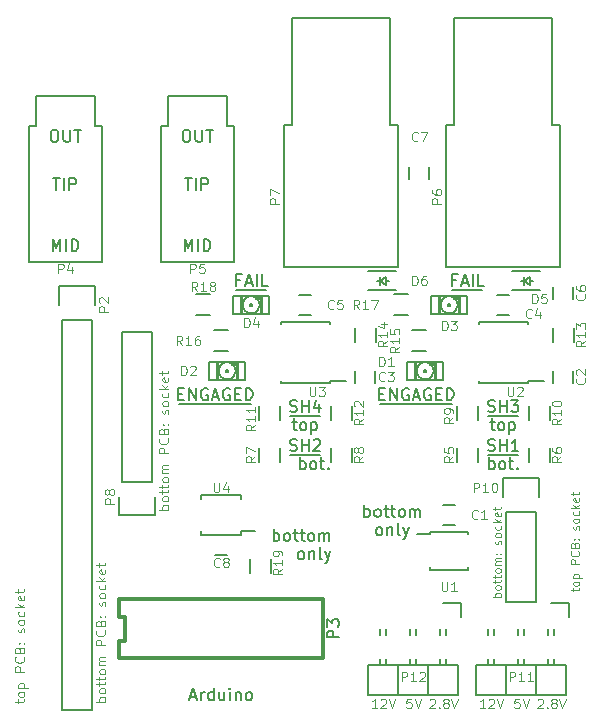
<source format=gto>
G04 #@! TF.FileFunction,Legend,Top*
%FSLAX46Y46*%
G04 Gerber Fmt 4.6, Leading zero omitted, Abs format (unit mm)*
G04 Created by KiCad (PCBNEW 4.0.0-2.201512091501+6195~38~ubuntu14.04.1-stable) date Wed 16 Dec 2015 16:04:53 GMT*
%MOMM*%
G01*
G04 APERTURE LIST*
%ADD10C,0.100000*%
%ADD11C,0.150000*%
%ADD12C,0.120000*%
%ADD13C,0.110000*%
%ADD14C,0.200000*%
%ADD15C,0.300000*%
G04 APERTURE END LIST*
D10*
D11*
X116276762Y-148502667D02*
X116752953Y-148502667D01*
X116181524Y-148788381D02*
X116514857Y-147788381D01*
X116848191Y-148788381D01*
X117181524Y-148788381D02*
X117181524Y-148121714D01*
X117181524Y-148312190D02*
X117229143Y-148216952D01*
X117276762Y-148169333D01*
X117372000Y-148121714D01*
X117467239Y-148121714D01*
X118229144Y-148788381D02*
X118229144Y-147788381D01*
X118229144Y-148740762D02*
X118133906Y-148788381D01*
X117943429Y-148788381D01*
X117848191Y-148740762D01*
X117800572Y-148693143D01*
X117752953Y-148597905D01*
X117752953Y-148312190D01*
X117800572Y-148216952D01*
X117848191Y-148169333D01*
X117943429Y-148121714D01*
X118133906Y-148121714D01*
X118229144Y-148169333D01*
X119133906Y-148121714D02*
X119133906Y-148788381D01*
X118705334Y-148121714D02*
X118705334Y-148645524D01*
X118752953Y-148740762D01*
X118848191Y-148788381D01*
X118991049Y-148788381D01*
X119086287Y-148740762D01*
X119133906Y-148693143D01*
X119610096Y-148788381D02*
X119610096Y-148121714D01*
X119610096Y-147788381D02*
X119562477Y-147836000D01*
X119610096Y-147883619D01*
X119657715Y-147836000D01*
X119610096Y-147788381D01*
X119610096Y-147883619D01*
X120086286Y-148121714D02*
X120086286Y-148788381D01*
X120086286Y-148216952D02*
X120133905Y-148169333D01*
X120229143Y-148121714D01*
X120372001Y-148121714D01*
X120467239Y-148169333D01*
X120514858Y-148264571D01*
X120514858Y-148788381D01*
X121133905Y-148788381D02*
X121038667Y-148740762D01*
X120991048Y-148693143D01*
X120943429Y-148597905D01*
X120943429Y-148312190D01*
X120991048Y-148216952D01*
X121038667Y-148169333D01*
X121133905Y-148121714D01*
X121276763Y-148121714D01*
X121372001Y-148169333D01*
X121419620Y-148216952D01*
X121467239Y-148312190D01*
X121467239Y-148597905D01*
X121419620Y-148693143D01*
X121372001Y-148740762D01*
X121276763Y-148788381D01*
X121133905Y-148788381D01*
D12*
X109073905Y-148907524D02*
X108273905Y-148907524D01*
X108578667Y-148907524D02*
X108540571Y-148831333D01*
X108540571Y-148678952D01*
X108578667Y-148602762D01*
X108616762Y-148564667D01*
X108692952Y-148526571D01*
X108921524Y-148526571D01*
X108997714Y-148564667D01*
X109035810Y-148602762D01*
X109073905Y-148678952D01*
X109073905Y-148831333D01*
X109035810Y-148907524D01*
X109073905Y-148069428D02*
X109035810Y-148145619D01*
X108997714Y-148183714D01*
X108921524Y-148221809D01*
X108692952Y-148221809D01*
X108616762Y-148183714D01*
X108578667Y-148145619D01*
X108540571Y-148069428D01*
X108540571Y-147955142D01*
X108578667Y-147878952D01*
X108616762Y-147840857D01*
X108692952Y-147802761D01*
X108921524Y-147802761D01*
X108997714Y-147840857D01*
X109035810Y-147878952D01*
X109073905Y-147955142D01*
X109073905Y-148069428D01*
X108540571Y-147574190D02*
X108540571Y-147269428D01*
X108273905Y-147459904D02*
X108959619Y-147459904D01*
X109035810Y-147421809D01*
X109073905Y-147345618D01*
X109073905Y-147269428D01*
X108540571Y-147117047D02*
X108540571Y-146812285D01*
X108273905Y-147002761D02*
X108959619Y-147002761D01*
X109035810Y-146964666D01*
X109073905Y-146888475D01*
X109073905Y-146812285D01*
X109073905Y-146431332D02*
X109035810Y-146507523D01*
X108997714Y-146545618D01*
X108921524Y-146583713D01*
X108692952Y-146583713D01*
X108616762Y-146545618D01*
X108578667Y-146507523D01*
X108540571Y-146431332D01*
X108540571Y-146317046D01*
X108578667Y-146240856D01*
X108616762Y-146202761D01*
X108692952Y-146164665D01*
X108921524Y-146164665D01*
X108997714Y-146202761D01*
X109035810Y-146240856D01*
X109073905Y-146317046D01*
X109073905Y-146431332D01*
X109073905Y-145821808D02*
X108540571Y-145821808D01*
X108616762Y-145821808D02*
X108578667Y-145783713D01*
X108540571Y-145707522D01*
X108540571Y-145593236D01*
X108578667Y-145517046D01*
X108654857Y-145478951D01*
X109073905Y-145478951D01*
X108654857Y-145478951D02*
X108578667Y-145440855D01*
X108540571Y-145364665D01*
X108540571Y-145250379D01*
X108578667Y-145174189D01*
X108654857Y-145136094D01*
X109073905Y-145136094D01*
X109073905Y-144145617D02*
X108273905Y-144145617D01*
X108273905Y-143840855D01*
X108312000Y-143764664D01*
X108350095Y-143726569D01*
X108426286Y-143688474D01*
X108540571Y-143688474D01*
X108616762Y-143726569D01*
X108654857Y-143764664D01*
X108692952Y-143840855D01*
X108692952Y-144145617D01*
X108997714Y-142888474D02*
X109035810Y-142926569D01*
X109073905Y-143040855D01*
X109073905Y-143117045D01*
X109035810Y-143231331D01*
X108959619Y-143307522D01*
X108883429Y-143345617D01*
X108731048Y-143383712D01*
X108616762Y-143383712D01*
X108464381Y-143345617D01*
X108388190Y-143307522D01*
X108312000Y-143231331D01*
X108273905Y-143117045D01*
X108273905Y-143040855D01*
X108312000Y-142926569D01*
X108350095Y-142888474D01*
X108654857Y-142278950D02*
X108692952Y-142164664D01*
X108731048Y-142126569D01*
X108807238Y-142088474D01*
X108921524Y-142088474D01*
X108997714Y-142126569D01*
X109035810Y-142164664D01*
X109073905Y-142240855D01*
X109073905Y-142545617D01*
X108273905Y-142545617D01*
X108273905Y-142278950D01*
X108312000Y-142202760D01*
X108350095Y-142164664D01*
X108426286Y-142126569D01*
X108502476Y-142126569D01*
X108578667Y-142164664D01*
X108616762Y-142202760D01*
X108654857Y-142278950D01*
X108654857Y-142545617D01*
X108997714Y-141745617D02*
X109035810Y-141707522D01*
X109073905Y-141745617D01*
X109035810Y-141783712D01*
X108997714Y-141745617D01*
X109073905Y-141745617D01*
X108578667Y-141745617D02*
X108616762Y-141707522D01*
X108654857Y-141745617D01*
X108616762Y-141783712D01*
X108578667Y-141745617D01*
X108654857Y-141745617D01*
X109035810Y-140793236D02*
X109073905Y-140717046D01*
X109073905Y-140564665D01*
X109035810Y-140488474D01*
X108959619Y-140450379D01*
X108921524Y-140450379D01*
X108845333Y-140488474D01*
X108807238Y-140564665D01*
X108807238Y-140678950D01*
X108769143Y-140755141D01*
X108692952Y-140793236D01*
X108654857Y-140793236D01*
X108578667Y-140755141D01*
X108540571Y-140678950D01*
X108540571Y-140564665D01*
X108578667Y-140488474D01*
X109073905Y-139993236D02*
X109035810Y-140069427D01*
X108997714Y-140107522D01*
X108921524Y-140145617D01*
X108692952Y-140145617D01*
X108616762Y-140107522D01*
X108578667Y-140069427D01*
X108540571Y-139993236D01*
X108540571Y-139878950D01*
X108578667Y-139802760D01*
X108616762Y-139764665D01*
X108692952Y-139726569D01*
X108921524Y-139726569D01*
X108997714Y-139764665D01*
X109035810Y-139802760D01*
X109073905Y-139878950D01*
X109073905Y-139993236D01*
X109035810Y-139040855D02*
X109073905Y-139117045D01*
X109073905Y-139269426D01*
X109035810Y-139345617D01*
X108997714Y-139383712D01*
X108921524Y-139421807D01*
X108692952Y-139421807D01*
X108616762Y-139383712D01*
X108578667Y-139345617D01*
X108540571Y-139269426D01*
X108540571Y-139117045D01*
X108578667Y-139040855D01*
X109073905Y-138697998D02*
X108273905Y-138697998D01*
X108769143Y-138621807D02*
X109073905Y-138393236D01*
X108540571Y-138393236D02*
X108845333Y-138697998D01*
X109035810Y-137745617D02*
X109073905Y-137821807D01*
X109073905Y-137974188D01*
X109035810Y-138050379D01*
X108959619Y-138088474D01*
X108654857Y-138088474D01*
X108578667Y-138050379D01*
X108540571Y-137974188D01*
X108540571Y-137821807D01*
X108578667Y-137745617D01*
X108654857Y-137707522D01*
X108731048Y-137707522D01*
X108807238Y-138088474D01*
X108540571Y-137478951D02*
X108540571Y-137174189D01*
X108273905Y-137364665D02*
X108959619Y-137364665D01*
X109035810Y-137326570D01*
X109073905Y-137250379D01*
X109073905Y-137174189D01*
D13*
X148694000Y-139581999D02*
X148694000Y-139315333D01*
X148460667Y-139481999D02*
X149060667Y-139481999D01*
X149127333Y-139448666D01*
X149160667Y-139381999D01*
X149160667Y-139315333D01*
X149160667Y-138981999D02*
X149127333Y-139048666D01*
X149094000Y-139081999D01*
X149027333Y-139115333D01*
X148827333Y-139115333D01*
X148760667Y-139081999D01*
X148727333Y-139048666D01*
X148694000Y-138981999D01*
X148694000Y-138881999D01*
X148727333Y-138815333D01*
X148760667Y-138781999D01*
X148827333Y-138748666D01*
X149027333Y-138748666D01*
X149094000Y-138781999D01*
X149127333Y-138815333D01*
X149160667Y-138881999D01*
X149160667Y-138981999D01*
X148694000Y-138448666D02*
X149394000Y-138448666D01*
X148727333Y-138448666D02*
X148694000Y-138382000D01*
X148694000Y-138248666D01*
X148727333Y-138182000D01*
X148760667Y-138148666D01*
X148827333Y-138115333D01*
X149027333Y-138115333D01*
X149094000Y-138148666D01*
X149127333Y-138182000D01*
X149160667Y-138248666D01*
X149160667Y-138382000D01*
X149127333Y-138448666D01*
X149160667Y-137282000D02*
X148460667Y-137282000D01*
X148460667Y-137015334D01*
X148494000Y-136948667D01*
X148527333Y-136915334D01*
X148594000Y-136882000D01*
X148694000Y-136882000D01*
X148760667Y-136915334D01*
X148794000Y-136948667D01*
X148827333Y-137015334D01*
X148827333Y-137282000D01*
X149094000Y-136182000D02*
X149127333Y-136215334D01*
X149160667Y-136315334D01*
X149160667Y-136382000D01*
X149127333Y-136482000D01*
X149060667Y-136548667D01*
X148994000Y-136582000D01*
X148860667Y-136615334D01*
X148760667Y-136615334D01*
X148627333Y-136582000D01*
X148560667Y-136548667D01*
X148494000Y-136482000D01*
X148460667Y-136382000D01*
X148460667Y-136315334D01*
X148494000Y-136215334D01*
X148527333Y-136182000D01*
X148794000Y-135648667D02*
X148827333Y-135548667D01*
X148860667Y-135515334D01*
X148927333Y-135482000D01*
X149027333Y-135482000D01*
X149094000Y-135515334D01*
X149127333Y-135548667D01*
X149160667Y-135615334D01*
X149160667Y-135882000D01*
X148460667Y-135882000D01*
X148460667Y-135648667D01*
X148494000Y-135582000D01*
X148527333Y-135548667D01*
X148594000Y-135515334D01*
X148660667Y-135515334D01*
X148727333Y-135548667D01*
X148760667Y-135582000D01*
X148794000Y-135648667D01*
X148794000Y-135882000D01*
X149094000Y-135182000D02*
X149127333Y-135148667D01*
X149160667Y-135182000D01*
X149127333Y-135215334D01*
X149094000Y-135182000D01*
X149160667Y-135182000D01*
X148727333Y-135182000D02*
X148760667Y-135148667D01*
X148794000Y-135182000D01*
X148760667Y-135215334D01*
X148727333Y-135182000D01*
X148794000Y-135182000D01*
X149127333Y-134348668D02*
X149160667Y-134282001D01*
X149160667Y-134148668D01*
X149127333Y-134082001D01*
X149060667Y-134048668D01*
X149027333Y-134048668D01*
X148960667Y-134082001D01*
X148927333Y-134148668D01*
X148927333Y-134248668D01*
X148894000Y-134315334D01*
X148827333Y-134348668D01*
X148794000Y-134348668D01*
X148727333Y-134315334D01*
X148694000Y-134248668D01*
X148694000Y-134148668D01*
X148727333Y-134082001D01*
X149160667Y-133648667D02*
X149127333Y-133715334D01*
X149094000Y-133748667D01*
X149027333Y-133782001D01*
X148827333Y-133782001D01*
X148760667Y-133748667D01*
X148727333Y-133715334D01*
X148694000Y-133648667D01*
X148694000Y-133548667D01*
X148727333Y-133482001D01*
X148760667Y-133448667D01*
X148827333Y-133415334D01*
X149027333Y-133415334D01*
X149094000Y-133448667D01*
X149127333Y-133482001D01*
X149160667Y-133548667D01*
X149160667Y-133648667D01*
X149127333Y-132815334D02*
X149160667Y-132882001D01*
X149160667Y-133015334D01*
X149127333Y-133082001D01*
X149094000Y-133115334D01*
X149027333Y-133148668D01*
X148827333Y-133148668D01*
X148760667Y-133115334D01*
X148727333Y-133082001D01*
X148694000Y-133015334D01*
X148694000Y-132882001D01*
X148727333Y-132815334D01*
X149160667Y-132515334D02*
X148460667Y-132515334D01*
X148894000Y-132448668D02*
X149160667Y-132248668D01*
X148694000Y-132248668D02*
X148960667Y-132515334D01*
X149127333Y-131682001D02*
X149160667Y-131748667D01*
X149160667Y-131882001D01*
X149127333Y-131948667D01*
X149060667Y-131982001D01*
X148794000Y-131982001D01*
X148727333Y-131948667D01*
X148694000Y-131882001D01*
X148694000Y-131748667D01*
X148727333Y-131682001D01*
X148794000Y-131648667D01*
X148860667Y-131648667D01*
X148927333Y-131982001D01*
X148694000Y-131448667D02*
X148694000Y-131182001D01*
X148460667Y-131348667D02*
X149060667Y-131348667D01*
X149127333Y-131315334D01*
X149160667Y-131248667D01*
X149160667Y-131182001D01*
X142556667Y-140041333D02*
X141856667Y-140041333D01*
X142123333Y-140041333D02*
X142090000Y-139974667D01*
X142090000Y-139841333D01*
X142123333Y-139774667D01*
X142156667Y-139741333D01*
X142223333Y-139708000D01*
X142423333Y-139708000D01*
X142490000Y-139741333D01*
X142523333Y-139774667D01*
X142556667Y-139841333D01*
X142556667Y-139974667D01*
X142523333Y-140041333D01*
X142556667Y-139308000D02*
X142523333Y-139374667D01*
X142490000Y-139408000D01*
X142423333Y-139441334D01*
X142223333Y-139441334D01*
X142156667Y-139408000D01*
X142123333Y-139374667D01*
X142090000Y-139308000D01*
X142090000Y-139208000D01*
X142123333Y-139141334D01*
X142156667Y-139108000D01*
X142223333Y-139074667D01*
X142423333Y-139074667D01*
X142490000Y-139108000D01*
X142523333Y-139141334D01*
X142556667Y-139208000D01*
X142556667Y-139308000D01*
X142090000Y-138874667D02*
X142090000Y-138608001D01*
X141856667Y-138774667D02*
X142456667Y-138774667D01*
X142523333Y-138741334D01*
X142556667Y-138674667D01*
X142556667Y-138608001D01*
X142090000Y-138474667D02*
X142090000Y-138208001D01*
X141856667Y-138374667D02*
X142456667Y-138374667D01*
X142523333Y-138341334D01*
X142556667Y-138274667D01*
X142556667Y-138208001D01*
X142556667Y-137874667D02*
X142523333Y-137941334D01*
X142490000Y-137974667D01*
X142423333Y-138008001D01*
X142223333Y-138008001D01*
X142156667Y-137974667D01*
X142123333Y-137941334D01*
X142090000Y-137874667D01*
X142090000Y-137774667D01*
X142123333Y-137708001D01*
X142156667Y-137674667D01*
X142223333Y-137641334D01*
X142423333Y-137641334D01*
X142490000Y-137674667D01*
X142523333Y-137708001D01*
X142556667Y-137774667D01*
X142556667Y-137874667D01*
X142556667Y-137341334D02*
X142090000Y-137341334D01*
X142156667Y-137341334D02*
X142123333Y-137308001D01*
X142090000Y-137241334D01*
X142090000Y-137141334D01*
X142123333Y-137074668D01*
X142190000Y-137041334D01*
X142556667Y-137041334D01*
X142190000Y-137041334D02*
X142123333Y-137008001D01*
X142090000Y-136941334D01*
X142090000Y-136841334D01*
X142123333Y-136774668D01*
X142190000Y-136741334D01*
X142556667Y-136741334D01*
X142490000Y-136408001D02*
X142523333Y-136374668D01*
X142556667Y-136408001D01*
X142523333Y-136441335D01*
X142490000Y-136408001D01*
X142556667Y-136408001D01*
X142123333Y-136408001D02*
X142156667Y-136374668D01*
X142190000Y-136408001D01*
X142156667Y-136441335D01*
X142123333Y-136408001D01*
X142190000Y-136408001D01*
X142523333Y-135574669D02*
X142556667Y-135508002D01*
X142556667Y-135374669D01*
X142523333Y-135308002D01*
X142456667Y-135274669D01*
X142423333Y-135274669D01*
X142356667Y-135308002D01*
X142323333Y-135374669D01*
X142323333Y-135474669D01*
X142290000Y-135541335D01*
X142223333Y-135574669D01*
X142190000Y-135574669D01*
X142123333Y-135541335D01*
X142090000Y-135474669D01*
X142090000Y-135374669D01*
X142123333Y-135308002D01*
X142556667Y-134874668D02*
X142523333Y-134941335D01*
X142490000Y-134974668D01*
X142423333Y-135008002D01*
X142223333Y-135008002D01*
X142156667Y-134974668D01*
X142123333Y-134941335D01*
X142090000Y-134874668D01*
X142090000Y-134774668D01*
X142123333Y-134708002D01*
X142156667Y-134674668D01*
X142223333Y-134641335D01*
X142423333Y-134641335D01*
X142490000Y-134674668D01*
X142523333Y-134708002D01*
X142556667Y-134774668D01*
X142556667Y-134874668D01*
X142523333Y-134041335D02*
X142556667Y-134108002D01*
X142556667Y-134241335D01*
X142523333Y-134308002D01*
X142490000Y-134341335D01*
X142423333Y-134374669D01*
X142223333Y-134374669D01*
X142156667Y-134341335D01*
X142123333Y-134308002D01*
X142090000Y-134241335D01*
X142090000Y-134108002D01*
X142123333Y-134041335D01*
X142556667Y-133741335D02*
X141856667Y-133741335D01*
X142290000Y-133674669D02*
X142556667Y-133474669D01*
X142090000Y-133474669D02*
X142356667Y-133741335D01*
X142523333Y-132908002D02*
X142556667Y-132974668D01*
X142556667Y-133108002D01*
X142523333Y-133174668D01*
X142456667Y-133208002D01*
X142190000Y-133208002D01*
X142123333Y-133174668D01*
X142090000Y-133108002D01*
X142090000Y-132974668D01*
X142123333Y-132908002D01*
X142190000Y-132874668D01*
X142256667Y-132874668D01*
X142323333Y-133208002D01*
X142090000Y-132674668D02*
X142090000Y-132408002D01*
X141856667Y-132574668D02*
X142456667Y-132574668D01*
X142523333Y-132541335D01*
X142556667Y-132474668D01*
X142556667Y-132408002D01*
D12*
X101682571Y-149021810D02*
X101682571Y-148717048D01*
X101415905Y-148907524D02*
X102101619Y-148907524D01*
X102177810Y-148869429D01*
X102215905Y-148793238D01*
X102215905Y-148717048D01*
X102215905Y-148336095D02*
X102177810Y-148412286D01*
X102139714Y-148450381D01*
X102063524Y-148488476D01*
X101834952Y-148488476D01*
X101758762Y-148450381D01*
X101720667Y-148412286D01*
X101682571Y-148336095D01*
X101682571Y-148221809D01*
X101720667Y-148145619D01*
X101758762Y-148107524D01*
X101834952Y-148069428D01*
X102063524Y-148069428D01*
X102139714Y-148107524D01*
X102177810Y-148145619D01*
X102215905Y-148221809D01*
X102215905Y-148336095D01*
X101682571Y-147726571D02*
X102482571Y-147726571D01*
X101720667Y-147726571D02*
X101682571Y-147650380D01*
X101682571Y-147497999D01*
X101720667Y-147421809D01*
X101758762Y-147383714D01*
X101834952Y-147345618D01*
X102063524Y-147345618D01*
X102139714Y-147383714D01*
X102177810Y-147421809D01*
X102215905Y-147497999D01*
X102215905Y-147650380D01*
X102177810Y-147726571D01*
X102215905Y-146393237D02*
X101415905Y-146393237D01*
X101415905Y-146088475D01*
X101454000Y-146012284D01*
X101492095Y-145974189D01*
X101568286Y-145936094D01*
X101682571Y-145936094D01*
X101758762Y-145974189D01*
X101796857Y-146012284D01*
X101834952Y-146088475D01*
X101834952Y-146393237D01*
X102139714Y-145136094D02*
X102177810Y-145174189D01*
X102215905Y-145288475D01*
X102215905Y-145364665D01*
X102177810Y-145478951D01*
X102101619Y-145555142D01*
X102025429Y-145593237D01*
X101873048Y-145631332D01*
X101758762Y-145631332D01*
X101606381Y-145593237D01*
X101530190Y-145555142D01*
X101454000Y-145478951D01*
X101415905Y-145364665D01*
X101415905Y-145288475D01*
X101454000Y-145174189D01*
X101492095Y-145136094D01*
X101796857Y-144526570D02*
X101834952Y-144412284D01*
X101873048Y-144374189D01*
X101949238Y-144336094D01*
X102063524Y-144336094D01*
X102139714Y-144374189D01*
X102177810Y-144412284D01*
X102215905Y-144488475D01*
X102215905Y-144793237D01*
X101415905Y-144793237D01*
X101415905Y-144526570D01*
X101454000Y-144450380D01*
X101492095Y-144412284D01*
X101568286Y-144374189D01*
X101644476Y-144374189D01*
X101720667Y-144412284D01*
X101758762Y-144450380D01*
X101796857Y-144526570D01*
X101796857Y-144793237D01*
X102139714Y-143993237D02*
X102177810Y-143955142D01*
X102215905Y-143993237D01*
X102177810Y-144031332D01*
X102139714Y-143993237D01*
X102215905Y-143993237D01*
X101720667Y-143993237D02*
X101758762Y-143955142D01*
X101796857Y-143993237D01*
X101758762Y-144031332D01*
X101720667Y-143993237D01*
X101796857Y-143993237D01*
X102177810Y-143040856D02*
X102215905Y-142964666D01*
X102215905Y-142812285D01*
X102177810Y-142736094D01*
X102101619Y-142697999D01*
X102063524Y-142697999D01*
X101987333Y-142736094D01*
X101949238Y-142812285D01*
X101949238Y-142926570D01*
X101911143Y-143002761D01*
X101834952Y-143040856D01*
X101796857Y-143040856D01*
X101720667Y-143002761D01*
X101682571Y-142926570D01*
X101682571Y-142812285D01*
X101720667Y-142736094D01*
X102215905Y-142240856D02*
X102177810Y-142317047D01*
X102139714Y-142355142D01*
X102063524Y-142393237D01*
X101834952Y-142393237D01*
X101758762Y-142355142D01*
X101720667Y-142317047D01*
X101682571Y-142240856D01*
X101682571Y-142126570D01*
X101720667Y-142050380D01*
X101758762Y-142012285D01*
X101834952Y-141974189D01*
X102063524Y-141974189D01*
X102139714Y-142012285D01*
X102177810Y-142050380D01*
X102215905Y-142126570D01*
X102215905Y-142240856D01*
X102177810Y-141288475D02*
X102215905Y-141364665D01*
X102215905Y-141517046D01*
X102177810Y-141593237D01*
X102139714Y-141631332D01*
X102063524Y-141669427D01*
X101834952Y-141669427D01*
X101758762Y-141631332D01*
X101720667Y-141593237D01*
X101682571Y-141517046D01*
X101682571Y-141364665D01*
X101720667Y-141288475D01*
X102215905Y-140945618D02*
X101415905Y-140945618D01*
X101911143Y-140869427D02*
X102215905Y-140640856D01*
X101682571Y-140640856D02*
X101987333Y-140945618D01*
X102177810Y-139993237D02*
X102215905Y-140069427D01*
X102215905Y-140221808D01*
X102177810Y-140297999D01*
X102101619Y-140336094D01*
X101796857Y-140336094D01*
X101720667Y-140297999D01*
X101682571Y-140221808D01*
X101682571Y-140069427D01*
X101720667Y-139993237D01*
X101796857Y-139955142D01*
X101873048Y-139955142D01*
X101949238Y-140336094D01*
X101682571Y-139726571D02*
X101682571Y-139421809D01*
X101415905Y-139612285D02*
X102101619Y-139612285D01*
X102177810Y-139574190D01*
X102215905Y-139497999D01*
X102215905Y-139421809D01*
X114407905Y-132651524D02*
X113607905Y-132651524D01*
X113912667Y-132651524D02*
X113874571Y-132575333D01*
X113874571Y-132422952D01*
X113912667Y-132346762D01*
X113950762Y-132308667D01*
X114026952Y-132270571D01*
X114255524Y-132270571D01*
X114331714Y-132308667D01*
X114369810Y-132346762D01*
X114407905Y-132422952D01*
X114407905Y-132575333D01*
X114369810Y-132651524D01*
X114407905Y-131813428D02*
X114369810Y-131889619D01*
X114331714Y-131927714D01*
X114255524Y-131965809D01*
X114026952Y-131965809D01*
X113950762Y-131927714D01*
X113912667Y-131889619D01*
X113874571Y-131813428D01*
X113874571Y-131699142D01*
X113912667Y-131622952D01*
X113950762Y-131584857D01*
X114026952Y-131546761D01*
X114255524Y-131546761D01*
X114331714Y-131584857D01*
X114369810Y-131622952D01*
X114407905Y-131699142D01*
X114407905Y-131813428D01*
X113874571Y-131318190D02*
X113874571Y-131013428D01*
X113607905Y-131203904D02*
X114293619Y-131203904D01*
X114369810Y-131165809D01*
X114407905Y-131089618D01*
X114407905Y-131013428D01*
X113874571Y-130861047D02*
X113874571Y-130556285D01*
X113607905Y-130746761D02*
X114293619Y-130746761D01*
X114369810Y-130708666D01*
X114407905Y-130632475D01*
X114407905Y-130556285D01*
X114407905Y-130175332D02*
X114369810Y-130251523D01*
X114331714Y-130289618D01*
X114255524Y-130327713D01*
X114026952Y-130327713D01*
X113950762Y-130289618D01*
X113912667Y-130251523D01*
X113874571Y-130175332D01*
X113874571Y-130061046D01*
X113912667Y-129984856D01*
X113950762Y-129946761D01*
X114026952Y-129908665D01*
X114255524Y-129908665D01*
X114331714Y-129946761D01*
X114369810Y-129984856D01*
X114407905Y-130061046D01*
X114407905Y-130175332D01*
X114407905Y-129565808D02*
X113874571Y-129565808D01*
X113950762Y-129565808D02*
X113912667Y-129527713D01*
X113874571Y-129451522D01*
X113874571Y-129337236D01*
X113912667Y-129261046D01*
X113988857Y-129222951D01*
X114407905Y-129222951D01*
X113988857Y-129222951D02*
X113912667Y-129184855D01*
X113874571Y-129108665D01*
X113874571Y-128994379D01*
X113912667Y-128918189D01*
X113988857Y-128880094D01*
X114407905Y-128880094D01*
X114407905Y-127889617D02*
X113607905Y-127889617D01*
X113607905Y-127584855D01*
X113646000Y-127508664D01*
X113684095Y-127470569D01*
X113760286Y-127432474D01*
X113874571Y-127432474D01*
X113950762Y-127470569D01*
X113988857Y-127508664D01*
X114026952Y-127584855D01*
X114026952Y-127889617D01*
X114331714Y-126632474D02*
X114369810Y-126670569D01*
X114407905Y-126784855D01*
X114407905Y-126861045D01*
X114369810Y-126975331D01*
X114293619Y-127051522D01*
X114217429Y-127089617D01*
X114065048Y-127127712D01*
X113950762Y-127127712D01*
X113798381Y-127089617D01*
X113722190Y-127051522D01*
X113646000Y-126975331D01*
X113607905Y-126861045D01*
X113607905Y-126784855D01*
X113646000Y-126670569D01*
X113684095Y-126632474D01*
X113988857Y-126022950D02*
X114026952Y-125908664D01*
X114065048Y-125870569D01*
X114141238Y-125832474D01*
X114255524Y-125832474D01*
X114331714Y-125870569D01*
X114369810Y-125908664D01*
X114407905Y-125984855D01*
X114407905Y-126289617D01*
X113607905Y-126289617D01*
X113607905Y-126022950D01*
X113646000Y-125946760D01*
X113684095Y-125908664D01*
X113760286Y-125870569D01*
X113836476Y-125870569D01*
X113912667Y-125908664D01*
X113950762Y-125946760D01*
X113988857Y-126022950D01*
X113988857Y-126289617D01*
X114331714Y-125489617D02*
X114369810Y-125451522D01*
X114407905Y-125489617D01*
X114369810Y-125527712D01*
X114331714Y-125489617D01*
X114407905Y-125489617D01*
X113912667Y-125489617D02*
X113950762Y-125451522D01*
X113988857Y-125489617D01*
X113950762Y-125527712D01*
X113912667Y-125489617D01*
X113988857Y-125489617D01*
X114369810Y-124537236D02*
X114407905Y-124461046D01*
X114407905Y-124308665D01*
X114369810Y-124232474D01*
X114293619Y-124194379D01*
X114255524Y-124194379D01*
X114179333Y-124232474D01*
X114141238Y-124308665D01*
X114141238Y-124422950D01*
X114103143Y-124499141D01*
X114026952Y-124537236D01*
X113988857Y-124537236D01*
X113912667Y-124499141D01*
X113874571Y-124422950D01*
X113874571Y-124308665D01*
X113912667Y-124232474D01*
X114407905Y-123737236D02*
X114369810Y-123813427D01*
X114331714Y-123851522D01*
X114255524Y-123889617D01*
X114026952Y-123889617D01*
X113950762Y-123851522D01*
X113912667Y-123813427D01*
X113874571Y-123737236D01*
X113874571Y-123622950D01*
X113912667Y-123546760D01*
X113950762Y-123508665D01*
X114026952Y-123470569D01*
X114255524Y-123470569D01*
X114331714Y-123508665D01*
X114369810Y-123546760D01*
X114407905Y-123622950D01*
X114407905Y-123737236D01*
X114369810Y-122784855D02*
X114407905Y-122861045D01*
X114407905Y-123013426D01*
X114369810Y-123089617D01*
X114331714Y-123127712D01*
X114255524Y-123165807D01*
X114026952Y-123165807D01*
X113950762Y-123127712D01*
X113912667Y-123089617D01*
X113874571Y-123013426D01*
X113874571Y-122861045D01*
X113912667Y-122784855D01*
X114407905Y-122441998D02*
X113607905Y-122441998D01*
X114103143Y-122365807D02*
X114407905Y-122137236D01*
X113874571Y-122137236D02*
X114179333Y-122441998D01*
X114369810Y-121489617D02*
X114407905Y-121565807D01*
X114407905Y-121718188D01*
X114369810Y-121794379D01*
X114293619Y-121832474D01*
X113988857Y-121832474D01*
X113912667Y-121794379D01*
X113874571Y-121718188D01*
X113874571Y-121565807D01*
X113912667Y-121489617D01*
X113988857Y-121451522D01*
X114065048Y-121451522D01*
X114141238Y-121832474D01*
X113874571Y-121222951D02*
X113874571Y-120918189D01*
X113607905Y-121108665D02*
X114293619Y-121108665D01*
X114369810Y-121070570D01*
X114407905Y-120994379D01*
X114407905Y-120918189D01*
D11*
X123317618Y-135313381D02*
X123317618Y-134313381D01*
X123317618Y-134694333D02*
X123412856Y-134646714D01*
X123603333Y-134646714D01*
X123698571Y-134694333D01*
X123746190Y-134741952D01*
X123793809Y-134837190D01*
X123793809Y-135122905D01*
X123746190Y-135218143D01*
X123698571Y-135265762D01*
X123603333Y-135313381D01*
X123412856Y-135313381D01*
X123317618Y-135265762D01*
X124365237Y-135313381D02*
X124269999Y-135265762D01*
X124222380Y-135218143D01*
X124174761Y-135122905D01*
X124174761Y-134837190D01*
X124222380Y-134741952D01*
X124269999Y-134694333D01*
X124365237Y-134646714D01*
X124508095Y-134646714D01*
X124603333Y-134694333D01*
X124650952Y-134741952D01*
X124698571Y-134837190D01*
X124698571Y-135122905D01*
X124650952Y-135218143D01*
X124603333Y-135265762D01*
X124508095Y-135313381D01*
X124365237Y-135313381D01*
X124984285Y-134646714D02*
X125365237Y-134646714D01*
X125127142Y-134313381D02*
X125127142Y-135170524D01*
X125174761Y-135265762D01*
X125269999Y-135313381D01*
X125365237Y-135313381D01*
X125555714Y-134646714D02*
X125936666Y-134646714D01*
X125698571Y-134313381D02*
X125698571Y-135170524D01*
X125746190Y-135265762D01*
X125841428Y-135313381D01*
X125936666Y-135313381D01*
X126412857Y-135313381D02*
X126317619Y-135265762D01*
X126270000Y-135218143D01*
X126222381Y-135122905D01*
X126222381Y-134837190D01*
X126270000Y-134741952D01*
X126317619Y-134694333D01*
X126412857Y-134646714D01*
X126555715Y-134646714D01*
X126650953Y-134694333D01*
X126698572Y-134741952D01*
X126746191Y-134837190D01*
X126746191Y-135122905D01*
X126698572Y-135218143D01*
X126650953Y-135265762D01*
X126555715Y-135313381D01*
X126412857Y-135313381D01*
X127174762Y-135313381D02*
X127174762Y-134646714D01*
X127174762Y-134741952D02*
X127222381Y-134694333D01*
X127317619Y-134646714D01*
X127460477Y-134646714D01*
X127555715Y-134694333D01*
X127603334Y-134789571D01*
X127603334Y-135313381D01*
X127603334Y-134789571D02*
X127650953Y-134694333D01*
X127746191Y-134646714D01*
X127889048Y-134646714D01*
X127984286Y-134694333D01*
X128031905Y-134789571D01*
X128031905Y-135313381D01*
X125555713Y-136863381D02*
X125460475Y-136815762D01*
X125412856Y-136768143D01*
X125365237Y-136672905D01*
X125365237Y-136387190D01*
X125412856Y-136291952D01*
X125460475Y-136244333D01*
X125555713Y-136196714D01*
X125698571Y-136196714D01*
X125793809Y-136244333D01*
X125841428Y-136291952D01*
X125889047Y-136387190D01*
X125889047Y-136672905D01*
X125841428Y-136768143D01*
X125793809Y-136815762D01*
X125698571Y-136863381D01*
X125555713Y-136863381D01*
X126317618Y-136196714D02*
X126317618Y-136863381D01*
X126317618Y-136291952D02*
X126365237Y-136244333D01*
X126460475Y-136196714D01*
X126603333Y-136196714D01*
X126698571Y-136244333D01*
X126746190Y-136339571D01*
X126746190Y-136863381D01*
X127365237Y-136863381D02*
X127269999Y-136815762D01*
X127222380Y-136720524D01*
X127222380Y-135863381D01*
X127650952Y-136196714D02*
X127889047Y-136863381D01*
X128127143Y-136196714D02*
X127889047Y-136863381D01*
X127793809Y-137101476D01*
X127746190Y-137149095D01*
X127650952Y-137196714D01*
X130992857Y-133281381D02*
X130992857Y-132281381D01*
X130992857Y-132662333D02*
X131088095Y-132614714D01*
X131278572Y-132614714D01*
X131373810Y-132662333D01*
X131421429Y-132709952D01*
X131469048Y-132805190D01*
X131469048Y-133090905D01*
X131421429Y-133186143D01*
X131373810Y-133233762D01*
X131278572Y-133281381D01*
X131088095Y-133281381D01*
X130992857Y-133233762D01*
X132040476Y-133281381D02*
X131945238Y-133233762D01*
X131897619Y-133186143D01*
X131850000Y-133090905D01*
X131850000Y-132805190D01*
X131897619Y-132709952D01*
X131945238Y-132662333D01*
X132040476Y-132614714D01*
X132183334Y-132614714D01*
X132278572Y-132662333D01*
X132326191Y-132709952D01*
X132373810Y-132805190D01*
X132373810Y-133090905D01*
X132326191Y-133186143D01*
X132278572Y-133233762D01*
X132183334Y-133281381D01*
X132040476Y-133281381D01*
X132659524Y-132614714D02*
X133040476Y-132614714D01*
X132802381Y-132281381D02*
X132802381Y-133138524D01*
X132850000Y-133233762D01*
X132945238Y-133281381D01*
X133040476Y-133281381D01*
X133230953Y-132614714D02*
X133611905Y-132614714D01*
X133373810Y-132281381D02*
X133373810Y-133138524D01*
X133421429Y-133233762D01*
X133516667Y-133281381D01*
X133611905Y-133281381D01*
X134088096Y-133281381D02*
X133992858Y-133233762D01*
X133945239Y-133186143D01*
X133897620Y-133090905D01*
X133897620Y-132805190D01*
X133945239Y-132709952D01*
X133992858Y-132662333D01*
X134088096Y-132614714D01*
X134230954Y-132614714D01*
X134326192Y-132662333D01*
X134373811Y-132709952D01*
X134421430Y-132805190D01*
X134421430Y-133090905D01*
X134373811Y-133186143D01*
X134326192Y-133233762D01*
X134230954Y-133281381D01*
X134088096Y-133281381D01*
X134850001Y-133281381D02*
X134850001Y-132614714D01*
X134850001Y-132709952D02*
X134897620Y-132662333D01*
X134992858Y-132614714D01*
X135135716Y-132614714D01*
X135230954Y-132662333D01*
X135278573Y-132757571D01*
X135278573Y-133281381D01*
X135278573Y-132757571D02*
X135326192Y-132662333D01*
X135421430Y-132614714D01*
X135564287Y-132614714D01*
X135659525Y-132662333D01*
X135707144Y-132757571D01*
X135707144Y-133281381D01*
X132183333Y-134831381D02*
X132088095Y-134783762D01*
X132040476Y-134736143D01*
X131992857Y-134640905D01*
X131992857Y-134355190D01*
X132040476Y-134259952D01*
X132088095Y-134212333D01*
X132183333Y-134164714D01*
X132326191Y-134164714D01*
X132421429Y-134212333D01*
X132469048Y-134259952D01*
X132516667Y-134355190D01*
X132516667Y-134640905D01*
X132469048Y-134736143D01*
X132421429Y-134783762D01*
X132326191Y-134831381D01*
X132183333Y-134831381D01*
X132945238Y-134164714D02*
X132945238Y-134831381D01*
X132945238Y-134259952D02*
X132992857Y-134212333D01*
X133088095Y-134164714D01*
X133230953Y-134164714D01*
X133326191Y-134212333D01*
X133373810Y-134307571D01*
X133373810Y-134831381D01*
X133992857Y-134831381D02*
X133897619Y-134783762D01*
X133850000Y-134688524D01*
X133850000Y-133831381D01*
X134278572Y-134164714D02*
X134516667Y-134831381D01*
X134754763Y-134164714D02*
X134516667Y-134831381D01*
X134421429Y-135069476D01*
X134373810Y-135117095D01*
X134278572Y-135164714D01*
D12*
X141236762Y-149459905D02*
X140779619Y-149459905D01*
X141008190Y-149459905D02*
X141008190Y-148659905D01*
X140932000Y-148774190D01*
X140855809Y-148850381D01*
X140779619Y-148888476D01*
X141541524Y-148736095D02*
X141579619Y-148698000D01*
X141655810Y-148659905D01*
X141846286Y-148659905D01*
X141922476Y-148698000D01*
X141960572Y-148736095D01*
X141998667Y-148812286D01*
X141998667Y-148888476D01*
X141960572Y-149002762D01*
X141503429Y-149459905D01*
X141998667Y-149459905D01*
X142227238Y-148659905D02*
X142493905Y-149459905D01*
X142760572Y-148659905D01*
X144119620Y-148659905D02*
X143738667Y-148659905D01*
X143700572Y-149040857D01*
X143738667Y-149002762D01*
X143814858Y-148964667D01*
X144005334Y-148964667D01*
X144081524Y-149002762D01*
X144119620Y-149040857D01*
X144157715Y-149117048D01*
X144157715Y-149307524D01*
X144119620Y-149383714D01*
X144081524Y-149421810D01*
X144005334Y-149459905D01*
X143814858Y-149459905D01*
X143738667Y-149421810D01*
X143700572Y-149383714D01*
X144386286Y-148659905D02*
X144652953Y-149459905D01*
X144919620Y-148659905D01*
X145669143Y-148736095D02*
X145707238Y-148698000D01*
X145783429Y-148659905D01*
X145973905Y-148659905D01*
X146050095Y-148698000D01*
X146088191Y-148736095D01*
X146126286Y-148812286D01*
X146126286Y-148888476D01*
X146088191Y-149002762D01*
X145631048Y-149459905D01*
X146126286Y-149459905D01*
X146469143Y-149383714D02*
X146507238Y-149421810D01*
X146469143Y-149459905D01*
X146431048Y-149421810D01*
X146469143Y-149383714D01*
X146469143Y-149459905D01*
X146964381Y-149002762D02*
X146888190Y-148964667D01*
X146850095Y-148926571D01*
X146812000Y-148850381D01*
X146812000Y-148812286D01*
X146850095Y-148736095D01*
X146888190Y-148698000D01*
X146964381Y-148659905D01*
X147116762Y-148659905D01*
X147192952Y-148698000D01*
X147231048Y-148736095D01*
X147269143Y-148812286D01*
X147269143Y-148850381D01*
X147231048Y-148926571D01*
X147192952Y-148964667D01*
X147116762Y-149002762D01*
X146964381Y-149002762D01*
X146888190Y-149040857D01*
X146850095Y-149078952D01*
X146812000Y-149155143D01*
X146812000Y-149307524D01*
X146850095Y-149383714D01*
X146888190Y-149421810D01*
X146964381Y-149459905D01*
X147116762Y-149459905D01*
X147192952Y-149421810D01*
X147231048Y-149383714D01*
X147269143Y-149307524D01*
X147269143Y-149155143D01*
X147231048Y-149078952D01*
X147192952Y-149040857D01*
X147116762Y-149002762D01*
X147497714Y-148659905D02*
X147764381Y-149459905D01*
X148031048Y-148659905D01*
X136525143Y-148736095D02*
X136563238Y-148698000D01*
X136639429Y-148659905D01*
X136829905Y-148659905D01*
X136906095Y-148698000D01*
X136944191Y-148736095D01*
X136982286Y-148812286D01*
X136982286Y-148888476D01*
X136944191Y-149002762D01*
X136487048Y-149459905D01*
X136982286Y-149459905D01*
X137325143Y-149383714D02*
X137363238Y-149421810D01*
X137325143Y-149459905D01*
X137287048Y-149421810D01*
X137325143Y-149383714D01*
X137325143Y-149459905D01*
X137820381Y-149002762D02*
X137744190Y-148964667D01*
X137706095Y-148926571D01*
X137668000Y-148850381D01*
X137668000Y-148812286D01*
X137706095Y-148736095D01*
X137744190Y-148698000D01*
X137820381Y-148659905D01*
X137972762Y-148659905D01*
X138048952Y-148698000D01*
X138087048Y-148736095D01*
X138125143Y-148812286D01*
X138125143Y-148850381D01*
X138087048Y-148926571D01*
X138048952Y-148964667D01*
X137972762Y-149002762D01*
X137820381Y-149002762D01*
X137744190Y-149040857D01*
X137706095Y-149078952D01*
X137668000Y-149155143D01*
X137668000Y-149307524D01*
X137706095Y-149383714D01*
X137744190Y-149421810D01*
X137820381Y-149459905D01*
X137972762Y-149459905D01*
X138048952Y-149421810D01*
X138087048Y-149383714D01*
X138125143Y-149307524D01*
X138125143Y-149155143D01*
X138087048Y-149078952D01*
X138048952Y-149040857D01*
X137972762Y-149002762D01*
X138353714Y-148659905D02*
X138620381Y-149459905D01*
X138887048Y-148659905D01*
X134975620Y-148659905D02*
X134594667Y-148659905D01*
X134556572Y-149040857D01*
X134594667Y-149002762D01*
X134670858Y-148964667D01*
X134861334Y-148964667D01*
X134937524Y-149002762D01*
X134975620Y-149040857D01*
X135013715Y-149117048D01*
X135013715Y-149307524D01*
X134975620Y-149383714D01*
X134937524Y-149421810D01*
X134861334Y-149459905D01*
X134670858Y-149459905D01*
X134594667Y-149421810D01*
X134556572Y-149383714D01*
X135242286Y-148659905D02*
X135508953Y-149459905D01*
X135775620Y-148659905D01*
X132092762Y-149459905D02*
X131635619Y-149459905D01*
X131864190Y-149459905D02*
X131864190Y-148659905D01*
X131788000Y-148774190D01*
X131711809Y-148850381D01*
X131635619Y-148888476D01*
X132397524Y-148736095D02*
X132435619Y-148698000D01*
X132511810Y-148659905D01*
X132702286Y-148659905D01*
X132778476Y-148698000D01*
X132816572Y-148736095D01*
X132854667Y-148812286D01*
X132854667Y-148888476D01*
X132816572Y-149002762D01*
X132359429Y-149459905D01*
X132854667Y-149459905D01*
X133083238Y-148659905D02*
X133349905Y-149459905D01*
X133616572Y-148659905D01*
D14*
X141478000Y-128016000D02*
X144018000Y-128016000D01*
X141478000Y-124714000D02*
X144018000Y-124714000D01*
X124714000Y-128016000D02*
X127254000Y-128016000D01*
X127254000Y-124714000D02*
X124714000Y-124714000D01*
X138430000Y-123698000D02*
X132334000Y-123698000D01*
X138430000Y-114046000D02*
X140970000Y-114046000D01*
X120142000Y-114046000D02*
X122682000Y-114046000D01*
X115316000Y-123698000D02*
X121412000Y-123698000D01*
D11*
X138771429Y-113212571D02*
X138438095Y-113212571D01*
X138438095Y-113736381D02*
X138438095Y-112736381D01*
X138914286Y-112736381D01*
X139247619Y-113450667D02*
X139723810Y-113450667D01*
X139152381Y-113736381D02*
X139485714Y-112736381D01*
X139819048Y-113736381D01*
X140152381Y-113736381D02*
X140152381Y-112736381D01*
X141104762Y-113736381D02*
X140628571Y-113736381D01*
X140628571Y-112736381D01*
X132262952Y-122864571D02*
X132596286Y-122864571D01*
X132739143Y-123388381D02*
X132262952Y-123388381D01*
X132262952Y-122388381D01*
X132739143Y-122388381D01*
X133167714Y-123388381D02*
X133167714Y-122388381D01*
X133739143Y-123388381D01*
X133739143Y-122388381D01*
X134739143Y-122436000D02*
X134643905Y-122388381D01*
X134501048Y-122388381D01*
X134358190Y-122436000D01*
X134262952Y-122531238D01*
X134215333Y-122626476D01*
X134167714Y-122816952D01*
X134167714Y-122959810D01*
X134215333Y-123150286D01*
X134262952Y-123245524D01*
X134358190Y-123340762D01*
X134501048Y-123388381D01*
X134596286Y-123388381D01*
X134739143Y-123340762D01*
X134786762Y-123293143D01*
X134786762Y-122959810D01*
X134596286Y-122959810D01*
X135167714Y-123102667D02*
X135643905Y-123102667D01*
X135072476Y-123388381D02*
X135405809Y-122388381D01*
X135739143Y-123388381D01*
X136596286Y-122436000D02*
X136501048Y-122388381D01*
X136358191Y-122388381D01*
X136215333Y-122436000D01*
X136120095Y-122531238D01*
X136072476Y-122626476D01*
X136024857Y-122816952D01*
X136024857Y-122959810D01*
X136072476Y-123150286D01*
X136120095Y-123245524D01*
X136215333Y-123340762D01*
X136358191Y-123388381D01*
X136453429Y-123388381D01*
X136596286Y-123340762D01*
X136643905Y-123293143D01*
X136643905Y-122959810D01*
X136453429Y-122959810D01*
X137072476Y-122864571D02*
X137405810Y-122864571D01*
X137548667Y-123388381D02*
X137072476Y-123388381D01*
X137072476Y-122388381D01*
X137548667Y-122388381D01*
X137977238Y-123388381D02*
X137977238Y-122388381D01*
X138215333Y-122388381D01*
X138358191Y-122436000D01*
X138453429Y-122531238D01*
X138501048Y-122626476D01*
X138548667Y-122816952D01*
X138548667Y-122959810D01*
X138501048Y-123150286D01*
X138453429Y-123245524D01*
X138358191Y-123340762D01*
X138215333Y-123388381D01*
X137977238Y-123388381D01*
X141462286Y-127645762D02*
X141605143Y-127693381D01*
X141843239Y-127693381D01*
X141938477Y-127645762D01*
X141986096Y-127598143D01*
X142033715Y-127502905D01*
X142033715Y-127407667D01*
X141986096Y-127312429D01*
X141938477Y-127264810D01*
X141843239Y-127217190D01*
X141652762Y-127169571D01*
X141557524Y-127121952D01*
X141509905Y-127074333D01*
X141462286Y-126979095D01*
X141462286Y-126883857D01*
X141509905Y-126788619D01*
X141557524Y-126741000D01*
X141652762Y-126693381D01*
X141890858Y-126693381D01*
X142033715Y-126741000D01*
X142462286Y-127693381D02*
X142462286Y-126693381D01*
X142462286Y-127169571D02*
X143033715Y-127169571D01*
X143033715Y-127693381D02*
X143033715Y-126693381D01*
X144033715Y-127693381D02*
X143462286Y-127693381D01*
X143748000Y-127693381D02*
X143748000Y-126693381D01*
X143652762Y-126836238D01*
X143557524Y-126931476D01*
X143462286Y-126979095D01*
X141557524Y-129243381D02*
X141557524Y-128243381D01*
X141557524Y-128624333D02*
X141652762Y-128576714D01*
X141843239Y-128576714D01*
X141938477Y-128624333D01*
X141986096Y-128671952D01*
X142033715Y-128767190D01*
X142033715Y-129052905D01*
X141986096Y-129148143D01*
X141938477Y-129195762D01*
X141843239Y-129243381D01*
X141652762Y-129243381D01*
X141557524Y-129195762D01*
X142605143Y-129243381D02*
X142509905Y-129195762D01*
X142462286Y-129148143D01*
X142414667Y-129052905D01*
X142414667Y-128767190D01*
X142462286Y-128671952D01*
X142509905Y-128624333D01*
X142605143Y-128576714D01*
X142748001Y-128576714D01*
X142843239Y-128624333D01*
X142890858Y-128671952D01*
X142938477Y-128767190D01*
X142938477Y-129052905D01*
X142890858Y-129148143D01*
X142843239Y-129195762D01*
X142748001Y-129243381D01*
X142605143Y-129243381D01*
X143224191Y-128576714D02*
X143605143Y-128576714D01*
X143367048Y-128243381D02*
X143367048Y-129100524D01*
X143414667Y-129195762D01*
X143509905Y-129243381D01*
X143605143Y-129243381D01*
X143938477Y-129148143D02*
X143986096Y-129195762D01*
X143938477Y-129243381D01*
X143890858Y-129195762D01*
X143938477Y-129148143D01*
X143938477Y-129243381D01*
X141462286Y-124343762D02*
X141605143Y-124391381D01*
X141843239Y-124391381D01*
X141938477Y-124343762D01*
X141986096Y-124296143D01*
X142033715Y-124200905D01*
X142033715Y-124105667D01*
X141986096Y-124010429D01*
X141938477Y-123962810D01*
X141843239Y-123915190D01*
X141652762Y-123867571D01*
X141557524Y-123819952D01*
X141509905Y-123772333D01*
X141462286Y-123677095D01*
X141462286Y-123581857D01*
X141509905Y-123486619D01*
X141557524Y-123439000D01*
X141652762Y-123391381D01*
X141890858Y-123391381D01*
X142033715Y-123439000D01*
X142462286Y-124391381D02*
X142462286Y-123391381D01*
X142462286Y-123867571D02*
X143033715Y-123867571D01*
X143033715Y-124391381D02*
X143033715Y-123391381D01*
X143414667Y-123391381D02*
X144033715Y-123391381D01*
X143700381Y-123772333D01*
X143843239Y-123772333D01*
X143938477Y-123819952D01*
X143986096Y-123867571D01*
X144033715Y-123962810D01*
X144033715Y-124200905D01*
X143986096Y-124296143D01*
X143938477Y-124343762D01*
X143843239Y-124391381D01*
X143557524Y-124391381D01*
X143462286Y-124343762D01*
X143414667Y-124296143D01*
X141652762Y-125274714D02*
X142033714Y-125274714D01*
X141795619Y-124941381D02*
X141795619Y-125798524D01*
X141843238Y-125893762D01*
X141938476Y-125941381D01*
X142033714Y-125941381D01*
X142509905Y-125941381D02*
X142414667Y-125893762D01*
X142367048Y-125846143D01*
X142319429Y-125750905D01*
X142319429Y-125465190D01*
X142367048Y-125369952D01*
X142414667Y-125322333D01*
X142509905Y-125274714D01*
X142652763Y-125274714D01*
X142748001Y-125322333D01*
X142795620Y-125369952D01*
X142843239Y-125465190D01*
X142843239Y-125750905D01*
X142795620Y-125846143D01*
X142748001Y-125893762D01*
X142652763Y-125941381D01*
X142509905Y-125941381D01*
X143271810Y-125274714D02*
X143271810Y-126274714D01*
X143271810Y-125322333D02*
X143367048Y-125274714D01*
X143557525Y-125274714D01*
X143652763Y-125322333D01*
X143700382Y-125369952D01*
X143748001Y-125465190D01*
X143748001Y-125750905D01*
X143700382Y-125846143D01*
X143652763Y-125893762D01*
X143557525Y-125941381D01*
X143367048Y-125941381D01*
X143271810Y-125893762D01*
X124698286Y-127645762D02*
X124841143Y-127693381D01*
X125079239Y-127693381D01*
X125174477Y-127645762D01*
X125222096Y-127598143D01*
X125269715Y-127502905D01*
X125269715Y-127407667D01*
X125222096Y-127312429D01*
X125174477Y-127264810D01*
X125079239Y-127217190D01*
X124888762Y-127169571D01*
X124793524Y-127121952D01*
X124745905Y-127074333D01*
X124698286Y-126979095D01*
X124698286Y-126883857D01*
X124745905Y-126788619D01*
X124793524Y-126741000D01*
X124888762Y-126693381D01*
X125126858Y-126693381D01*
X125269715Y-126741000D01*
X125698286Y-127693381D02*
X125698286Y-126693381D01*
X125698286Y-127169571D02*
X126269715Y-127169571D01*
X126269715Y-127693381D02*
X126269715Y-126693381D01*
X126698286Y-126788619D02*
X126745905Y-126741000D01*
X126841143Y-126693381D01*
X127079239Y-126693381D01*
X127174477Y-126741000D01*
X127222096Y-126788619D01*
X127269715Y-126883857D01*
X127269715Y-126979095D01*
X127222096Y-127121952D01*
X126650667Y-127693381D01*
X127269715Y-127693381D01*
X125555429Y-129243381D02*
X125555429Y-128243381D01*
X125555429Y-128624333D02*
X125650667Y-128576714D01*
X125841144Y-128576714D01*
X125936382Y-128624333D01*
X125984001Y-128671952D01*
X126031620Y-128767190D01*
X126031620Y-129052905D01*
X125984001Y-129148143D01*
X125936382Y-129195762D01*
X125841144Y-129243381D01*
X125650667Y-129243381D01*
X125555429Y-129195762D01*
X126603048Y-129243381D02*
X126507810Y-129195762D01*
X126460191Y-129148143D01*
X126412572Y-129052905D01*
X126412572Y-128767190D01*
X126460191Y-128671952D01*
X126507810Y-128624333D01*
X126603048Y-128576714D01*
X126745906Y-128576714D01*
X126841144Y-128624333D01*
X126888763Y-128671952D01*
X126936382Y-128767190D01*
X126936382Y-129052905D01*
X126888763Y-129148143D01*
X126841144Y-129195762D01*
X126745906Y-129243381D01*
X126603048Y-129243381D01*
X127222096Y-128576714D02*
X127603048Y-128576714D01*
X127364953Y-128243381D02*
X127364953Y-129100524D01*
X127412572Y-129195762D01*
X127507810Y-129243381D01*
X127603048Y-129243381D01*
X127936382Y-129148143D02*
X127984001Y-129195762D01*
X127936382Y-129243381D01*
X127888763Y-129195762D01*
X127936382Y-129148143D01*
X127936382Y-129243381D01*
X124698286Y-124343762D02*
X124841143Y-124391381D01*
X125079239Y-124391381D01*
X125174477Y-124343762D01*
X125222096Y-124296143D01*
X125269715Y-124200905D01*
X125269715Y-124105667D01*
X125222096Y-124010429D01*
X125174477Y-123962810D01*
X125079239Y-123915190D01*
X124888762Y-123867571D01*
X124793524Y-123819952D01*
X124745905Y-123772333D01*
X124698286Y-123677095D01*
X124698286Y-123581857D01*
X124745905Y-123486619D01*
X124793524Y-123439000D01*
X124888762Y-123391381D01*
X125126858Y-123391381D01*
X125269715Y-123439000D01*
X125698286Y-124391381D02*
X125698286Y-123391381D01*
X125698286Y-123867571D02*
X126269715Y-123867571D01*
X126269715Y-124391381D02*
X126269715Y-123391381D01*
X127174477Y-123724714D02*
X127174477Y-124391381D01*
X126936381Y-123343762D02*
X126698286Y-124058048D01*
X127317334Y-124058048D01*
X124888762Y-125274714D02*
X125269714Y-125274714D01*
X125031619Y-124941381D02*
X125031619Y-125798524D01*
X125079238Y-125893762D01*
X125174476Y-125941381D01*
X125269714Y-125941381D01*
X125745905Y-125941381D02*
X125650667Y-125893762D01*
X125603048Y-125846143D01*
X125555429Y-125750905D01*
X125555429Y-125465190D01*
X125603048Y-125369952D01*
X125650667Y-125322333D01*
X125745905Y-125274714D01*
X125888763Y-125274714D01*
X125984001Y-125322333D01*
X126031620Y-125369952D01*
X126079239Y-125465190D01*
X126079239Y-125750905D01*
X126031620Y-125846143D01*
X125984001Y-125893762D01*
X125888763Y-125941381D01*
X125745905Y-125941381D01*
X126507810Y-125274714D02*
X126507810Y-126274714D01*
X126507810Y-125322333D02*
X126603048Y-125274714D01*
X126793525Y-125274714D01*
X126888763Y-125322333D01*
X126936382Y-125369952D01*
X126984001Y-125465190D01*
X126984001Y-125750905D01*
X126936382Y-125846143D01*
X126888763Y-125893762D01*
X126793525Y-125941381D01*
X126603048Y-125941381D01*
X126507810Y-125893762D01*
X115244952Y-122864571D02*
X115578286Y-122864571D01*
X115721143Y-123388381D02*
X115244952Y-123388381D01*
X115244952Y-122388381D01*
X115721143Y-122388381D01*
X116149714Y-123388381D02*
X116149714Y-122388381D01*
X116721143Y-123388381D01*
X116721143Y-122388381D01*
X117721143Y-122436000D02*
X117625905Y-122388381D01*
X117483048Y-122388381D01*
X117340190Y-122436000D01*
X117244952Y-122531238D01*
X117197333Y-122626476D01*
X117149714Y-122816952D01*
X117149714Y-122959810D01*
X117197333Y-123150286D01*
X117244952Y-123245524D01*
X117340190Y-123340762D01*
X117483048Y-123388381D01*
X117578286Y-123388381D01*
X117721143Y-123340762D01*
X117768762Y-123293143D01*
X117768762Y-122959810D01*
X117578286Y-122959810D01*
X118149714Y-123102667D02*
X118625905Y-123102667D01*
X118054476Y-123388381D02*
X118387809Y-122388381D01*
X118721143Y-123388381D01*
X119578286Y-122436000D02*
X119483048Y-122388381D01*
X119340191Y-122388381D01*
X119197333Y-122436000D01*
X119102095Y-122531238D01*
X119054476Y-122626476D01*
X119006857Y-122816952D01*
X119006857Y-122959810D01*
X119054476Y-123150286D01*
X119102095Y-123245524D01*
X119197333Y-123340762D01*
X119340191Y-123388381D01*
X119435429Y-123388381D01*
X119578286Y-123340762D01*
X119625905Y-123293143D01*
X119625905Y-122959810D01*
X119435429Y-122959810D01*
X120054476Y-122864571D02*
X120387810Y-122864571D01*
X120530667Y-123388381D02*
X120054476Y-123388381D01*
X120054476Y-122388381D01*
X120530667Y-122388381D01*
X120959238Y-123388381D02*
X120959238Y-122388381D01*
X121197333Y-122388381D01*
X121340191Y-122436000D01*
X121435429Y-122531238D01*
X121483048Y-122626476D01*
X121530667Y-122816952D01*
X121530667Y-122959810D01*
X121483048Y-123150286D01*
X121435429Y-123245524D01*
X121340191Y-123340762D01*
X121197333Y-123388381D01*
X120959238Y-123388381D01*
X120483429Y-113212571D02*
X120150095Y-113212571D01*
X120150095Y-113736381D02*
X120150095Y-112736381D01*
X120626286Y-112736381D01*
X120959619Y-113450667D02*
X121435810Y-113450667D01*
X120864381Y-113736381D02*
X121197714Y-112736381D01*
X121531048Y-113736381D01*
X121864381Y-113736381D02*
X121864381Y-112736381D01*
X122816762Y-113736381D02*
X122340571Y-113736381D01*
X122340571Y-112736381D01*
X132838000Y-113284000D02*
X133088000Y-113284000D01*
X132338000Y-113284000D02*
X132088000Y-113284000D01*
X132338000Y-113284000D02*
X132838000Y-112934000D01*
X132838000Y-112934000D02*
X132838000Y-113634000D01*
X132838000Y-113634000D02*
X132338000Y-113284000D01*
X132338000Y-112934000D02*
X132338000Y-113634000D01*
X131288000Y-114084000D02*
X133688000Y-114084000D01*
X131288000Y-112484000D02*
X133688000Y-112484000D01*
X145030000Y-113284000D02*
X145280000Y-113284000D01*
X144530000Y-113284000D02*
X144280000Y-113284000D01*
X144530000Y-113284000D02*
X145030000Y-112934000D01*
X145030000Y-112934000D02*
X145030000Y-113634000D01*
X145030000Y-113634000D02*
X144530000Y-113284000D01*
X144530000Y-112934000D02*
X144530000Y-113634000D01*
X143480000Y-114084000D02*
X145880000Y-114084000D01*
X143480000Y-112484000D02*
X145880000Y-112484000D01*
X138076940Y-115216940D02*
X138275060Y-115216940D01*
X138275060Y-115216940D02*
X138275060Y-115415060D01*
X138076940Y-115415060D02*
X138275060Y-115415060D01*
X138076940Y-115216940D02*
X138076940Y-115415060D01*
X138625580Y-114617500D02*
X138973560Y-114617500D01*
X138973560Y-114617500D02*
X138973560Y-114866420D01*
X138625580Y-114866420D02*
X138973560Y-114866420D01*
X138625580Y-114617500D02*
X138625580Y-114866420D01*
X138973560Y-114617500D02*
X139075160Y-114617500D01*
X139075160Y-114617500D02*
X139075160Y-115813840D01*
X138973560Y-115813840D02*
X139075160Y-115813840D01*
X138973560Y-114617500D02*
X138973560Y-115813840D01*
X138973560Y-115864640D02*
X139075160Y-115864640D01*
X139075160Y-115864640D02*
X139075160Y-116014500D01*
X138973560Y-116014500D02*
X139075160Y-116014500D01*
X138973560Y-115864640D02*
X138973560Y-116014500D01*
X137276840Y-114617500D02*
X137378440Y-114617500D01*
X137378440Y-114617500D02*
X137378440Y-115813840D01*
X137276840Y-115813840D02*
X137378440Y-115813840D01*
X137276840Y-114617500D02*
X137276840Y-115813840D01*
X137276840Y-115864640D02*
X137378440Y-115864640D01*
X137378440Y-115864640D02*
X137378440Y-116014500D01*
X137276840Y-116014500D02*
X137378440Y-116014500D01*
X137276840Y-115864640D02*
X137276840Y-116014500D01*
X138625580Y-114617500D02*
X138775440Y-114617500D01*
X138775440Y-114617500D02*
X138775440Y-114866420D01*
X138625580Y-114866420D02*
X138775440Y-114866420D01*
X138625580Y-114617500D02*
X138625580Y-114866420D01*
X139725400Y-114566700D02*
X136626600Y-114566700D01*
X136626600Y-114566700D02*
X136626600Y-116065300D01*
X136626600Y-116065300D02*
X139725400Y-116065300D01*
X139725400Y-116065300D02*
X139725400Y-114566700D01*
X137628738Y-114816646D02*
G75*
G02X138724640Y-114818160I547262J-499354D01*
G01*
X137627867Y-115814398D02*
G75*
G02X137627360Y-114818160I548133J498398D01*
G01*
X138723262Y-115815354D02*
G75*
G02X137627360Y-115813840I-547262J499354D01*
G01*
X138724133Y-114817602D02*
G75*
G02X138724640Y-115813840I-548133J-498398D01*
G01*
X121312940Y-115216940D02*
X121511060Y-115216940D01*
X121511060Y-115216940D02*
X121511060Y-115415060D01*
X121312940Y-115415060D02*
X121511060Y-115415060D01*
X121312940Y-115216940D02*
X121312940Y-115415060D01*
X121861580Y-114617500D02*
X122209560Y-114617500D01*
X122209560Y-114617500D02*
X122209560Y-114866420D01*
X121861580Y-114866420D02*
X122209560Y-114866420D01*
X121861580Y-114617500D02*
X121861580Y-114866420D01*
X122209560Y-114617500D02*
X122311160Y-114617500D01*
X122311160Y-114617500D02*
X122311160Y-115813840D01*
X122209560Y-115813840D02*
X122311160Y-115813840D01*
X122209560Y-114617500D02*
X122209560Y-115813840D01*
X122209560Y-115864640D02*
X122311160Y-115864640D01*
X122311160Y-115864640D02*
X122311160Y-116014500D01*
X122209560Y-116014500D02*
X122311160Y-116014500D01*
X122209560Y-115864640D02*
X122209560Y-116014500D01*
X120512840Y-114617500D02*
X120614440Y-114617500D01*
X120614440Y-114617500D02*
X120614440Y-115813840D01*
X120512840Y-115813840D02*
X120614440Y-115813840D01*
X120512840Y-114617500D02*
X120512840Y-115813840D01*
X120512840Y-115864640D02*
X120614440Y-115864640D01*
X120614440Y-115864640D02*
X120614440Y-116014500D01*
X120512840Y-116014500D02*
X120614440Y-116014500D01*
X120512840Y-115864640D02*
X120512840Y-116014500D01*
X121861580Y-114617500D02*
X122011440Y-114617500D01*
X122011440Y-114617500D02*
X122011440Y-114866420D01*
X121861580Y-114866420D02*
X122011440Y-114866420D01*
X121861580Y-114617500D02*
X121861580Y-114866420D01*
X122961400Y-114566700D02*
X119862600Y-114566700D01*
X119862600Y-114566700D02*
X119862600Y-116065300D01*
X119862600Y-116065300D02*
X122961400Y-116065300D01*
X122961400Y-116065300D02*
X122961400Y-114566700D01*
X120864738Y-114816646D02*
G75*
G02X121960640Y-114818160I547262J-499354D01*
G01*
X120863867Y-115814398D02*
G75*
G02X120863360Y-114818160I548133J498398D01*
G01*
X121959262Y-115815354D02*
G75*
G02X120863360Y-115813840I-547262J499354D01*
G01*
X121960133Y-114817602D02*
G75*
G02X121960640Y-115813840I-548133J-498398D01*
G01*
X119280940Y-120804940D02*
X119479060Y-120804940D01*
X119479060Y-120804940D02*
X119479060Y-121003060D01*
X119280940Y-121003060D02*
X119479060Y-121003060D01*
X119280940Y-120804940D02*
X119280940Y-121003060D01*
X119829580Y-120205500D02*
X120177560Y-120205500D01*
X120177560Y-120205500D02*
X120177560Y-120454420D01*
X119829580Y-120454420D02*
X120177560Y-120454420D01*
X119829580Y-120205500D02*
X119829580Y-120454420D01*
X120177560Y-120205500D02*
X120279160Y-120205500D01*
X120279160Y-120205500D02*
X120279160Y-121401840D01*
X120177560Y-121401840D02*
X120279160Y-121401840D01*
X120177560Y-120205500D02*
X120177560Y-121401840D01*
X120177560Y-121452640D02*
X120279160Y-121452640D01*
X120279160Y-121452640D02*
X120279160Y-121602500D01*
X120177560Y-121602500D02*
X120279160Y-121602500D01*
X120177560Y-121452640D02*
X120177560Y-121602500D01*
X118480840Y-120205500D02*
X118582440Y-120205500D01*
X118582440Y-120205500D02*
X118582440Y-121401840D01*
X118480840Y-121401840D02*
X118582440Y-121401840D01*
X118480840Y-120205500D02*
X118480840Y-121401840D01*
X118480840Y-121452640D02*
X118582440Y-121452640D01*
X118582440Y-121452640D02*
X118582440Y-121602500D01*
X118480840Y-121602500D02*
X118582440Y-121602500D01*
X118480840Y-121452640D02*
X118480840Y-121602500D01*
X119829580Y-120205500D02*
X119979440Y-120205500D01*
X119979440Y-120205500D02*
X119979440Y-120454420D01*
X119829580Y-120454420D02*
X119979440Y-120454420D01*
X119829580Y-120205500D02*
X119829580Y-120454420D01*
X120929400Y-120154700D02*
X117830600Y-120154700D01*
X117830600Y-120154700D02*
X117830600Y-121653300D01*
X117830600Y-121653300D02*
X120929400Y-121653300D01*
X120929400Y-121653300D02*
X120929400Y-120154700D01*
X118832738Y-120404646D02*
G75*
G02X119928640Y-120406160I547262J-499354D01*
G01*
X118831867Y-121402398D02*
G75*
G02X118831360Y-120406160I548133J498398D01*
G01*
X119927262Y-121403354D02*
G75*
G02X118831360Y-121401840I-547262J499354D01*
G01*
X119928133Y-120405602D02*
G75*
G02X119928640Y-121401840I-548133J-498398D01*
G01*
X136044940Y-120804940D02*
X136243060Y-120804940D01*
X136243060Y-120804940D02*
X136243060Y-121003060D01*
X136044940Y-121003060D02*
X136243060Y-121003060D01*
X136044940Y-120804940D02*
X136044940Y-121003060D01*
X136593580Y-120205500D02*
X136941560Y-120205500D01*
X136941560Y-120205500D02*
X136941560Y-120454420D01*
X136593580Y-120454420D02*
X136941560Y-120454420D01*
X136593580Y-120205500D02*
X136593580Y-120454420D01*
X136941560Y-120205500D02*
X137043160Y-120205500D01*
X137043160Y-120205500D02*
X137043160Y-121401840D01*
X136941560Y-121401840D02*
X137043160Y-121401840D01*
X136941560Y-120205500D02*
X136941560Y-121401840D01*
X136941560Y-121452640D02*
X137043160Y-121452640D01*
X137043160Y-121452640D02*
X137043160Y-121602500D01*
X136941560Y-121602500D02*
X137043160Y-121602500D01*
X136941560Y-121452640D02*
X136941560Y-121602500D01*
X135244840Y-120205500D02*
X135346440Y-120205500D01*
X135346440Y-120205500D02*
X135346440Y-121401840D01*
X135244840Y-121401840D02*
X135346440Y-121401840D01*
X135244840Y-120205500D02*
X135244840Y-121401840D01*
X135244840Y-121452640D02*
X135346440Y-121452640D01*
X135346440Y-121452640D02*
X135346440Y-121602500D01*
X135244840Y-121602500D02*
X135346440Y-121602500D01*
X135244840Y-121452640D02*
X135244840Y-121602500D01*
X136593580Y-120205500D02*
X136743440Y-120205500D01*
X136743440Y-120205500D02*
X136743440Y-120454420D01*
X136593580Y-120454420D02*
X136743440Y-120454420D01*
X136593580Y-120205500D02*
X136593580Y-120454420D01*
X137693400Y-120154700D02*
X134594600Y-120154700D01*
X134594600Y-120154700D02*
X134594600Y-121653300D01*
X134594600Y-121653300D02*
X137693400Y-121653300D01*
X137693400Y-121653300D02*
X137693400Y-120154700D01*
X135596738Y-120404646D02*
G75*
G02X136692640Y-120406160I547262J-499354D01*
G01*
X135595867Y-121402398D02*
G75*
G02X135595360Y-120406160I548133J498398D01*
G01*
X136691262Y-121403354D02*
G75*
G02X135595360Y-121401840I-547262J499354D01*
G01*
X136692133Y-120405602D02*
G75*
G02X136692640Y-121401840I-548133J-498398D01*
G01*
X132334000Y-143256000D02*
X132334000Y-142748000D01*
X132842000Y-143256000D02*
X132842000Y-142748000D01*
X134874000Y-143256000D02*
X134874000Y-142748000D01*
X135382000Y-143256000D02*
X135382000Y-142748000D01*
X137414000Y-143256000D02*
X137414000Y-142748000D01*
X137922000Y-143256000D02*
X137922000Y-142748000D01*
X135382000Y-145796000D02*
X135382000Y-145288000D01*
X134874000Y-145796000D02*
X134874000Y-145288000D01*
X132842000Y-145796000D02*
X132842000Y-145288000D01*
X132334000Y-145796000D02*
X132334000Y-145288000D01*
X137922000Y-145796000D02*
X137922000Y-145288000D01*
X137414000Y-145796000D02*
X137414000Y-145288000D01*
X139218000Y-141732000D02*
X139218000Y-140582000D01*
X139218000Y-140582000D02*
X137668000Y-140582000D01*
X136398000Y-145796000D02*
X133858000Y-145796000D01*
X133858000Y-145796000D02*
X133858000Y-148336000D01*
X133858000Y-148336000D02*
X136398000Y-148336000D01*
X131318000Y-145796000D02*
X131318000Y-148336000D01*
X131318000Y-148336000D02*
X133858000Y-148336000D01*
X131318000Y-145796000D02*
X131318000Y-148336000D01*
X133858000Y-145796000D02*
X131318000Y-145796000D01*
X133858000Y-145796000D02*
X133858000Y-148336000D01*
X136398000Y-145796000D02*
X136398000Y-148336000D01*
X136398000Y-148336000D02*
X138938000Y-148336000D01*
X136398000Y-145796000D02*
X136398000Y-148336000D01*
X138938000Y-145796000D02*
X136398000Y-145796000D01*
X138938000Y-145796000D02*
X138938000Y-148336000D01*
X141478000Y-143256000D02*
X141478000Y-142748000D01*
X141986000Y-143256000D02*
X141986000Y-142748000D01*
X144018000Y-143256000D02*
X144018000Y-142748000D01*
X144526000Y-143256000D02*
X144526000Y-142748000D01*
X146558000Y-143256000D02*
X146558000Y-142748000D01*
X147066000Y-143256000D02*
X147066000Y-142748000D01*
X144526000Y-145796000D02*
X144526000Y-145288000D01*
X144018000Y-145796000D02*
X144018000Y-145288000D01*
X141986000Y-145796000D02*
X141986000Y-145288000D01*
X141478000Y-145796000D02*
X141478000Y-145288000D01*
X147066000Y-145796000D02*
X147066000Y-145288000D01*
X146558000Y-145796000D02*
X146558000Y-145288000D01*
X148362000Y-141732000D02*
X148362000Y-140582000D01*
X148362000Y-140582000D02*
X146812000Y-140582000D01*
X145542000Y-145796000D02*
X143002000Y-145796000D01*
X143002000Y-145796000D02*
X143002000Y-148336000D01*
X143002000Y-148336000D02*
X145542000Y-148336000D01*
X140462000Y-145796000D02*
X140462000Y-148336000D01*
X140462000Y-148336000D02*
X143002000Y-148336000D01*
X140462000Y-145796000D02*
X140462000Y-148336000D01*
X143002000Y-145796000D02*
X140462000Y-145796000D01*
X143002000Y-145796000D02*
X143002000Y-148336000D01*
X145542000Y-145796000D02*
X145542000Y-148336000D01*
X145542000Y-148336000D02*
X148082000Y-148336000D01*
X145542000Y-145796000D02*
X145542000Y-148336000D01*
X148082000Y-145796000D02*
X145542000Y-145796000D01*
X148082000Y-145796000D02*
X148082000Y-148336000D01*
X147548000Y-112076000D02*
X137948000Y-112076000D01*
X137948000Y-100076000D02*
X137948000Y-112076000D01*
X147548000Y-100076000D02*
X147548000Y-112076000D01*
X138598000Y-100076000D02*
X137948000Y-100076000D01*
X146898000Y-100076000D02*
X147548000Y-100076000D01*
X146898000Y-91076000D02*
X138598000Y-91076000D01*
X138598000Y-100076000D02*
X138598000Y-91076000D01*
X146898000Y-100076000D02*
X146898000Y-91076000D01*
X133832000Y-112076000D02*
X124232000Y-112076000D01*
X124232000Y-100076000D02*
X124232000Y-112076000D01*
X133832000Y-100076000D02*
X133832000Y-112076000D01*
X124882000Y-100076000D02*
X124232000Y-100076000D01*
X133182000Y-100076000D02*
X133832000Y-100076000D01*
X133182000Y-91076000D02*
X124882000Y-91076000D01*
X124882000Y-100076000D02*
X124882000Y-91076000D01*
X133182000Y-100076000D02*
X133182000Y-91076000D01*
X136551000Y-134519000D02*
X136551000Y-134744000D01*
X139801000Y-134519000D02*
X139801000Y-134744000D01*
X139801000Y-137769000D02*
X139801000Y-137544000D01*
X136551000Y-137769000D02*
X136551000Y-137544000D01*
X136551000Y-134519000D02*
X139801000Y-134519000D01*
X136551000Y-137769000D02*
X139801000Y-137769000D01*
X136551000Y-134744000D02*
X135476000Y-134744000D01*
X120547000Y-134771000D02*
X120547000Y-134471000D01*
X117197000Y-134771000D02*
X117197000Y-134471000D01*
X117197000Y-131421000D02*
X117197000Y-131721000D01*
X120547000Y-131421000D02*
X120547000Y-131721000D01*
X120547000Y-134771000D02*
X117197000Y-134771000D01*
X120547000Y-131421000D02*
X117197000Y-131421000D01*
X120547000Y-134471000D02*
X121772000Y-134471000D01*
X113740000Y-100156000D02*
X114340000Y-100156000D01*
X114340000Y-97656000D02*
X114340000Y-100156000D01*
X119340000Y-100156000D02*
X119340000Y-97656000D01*
X119340000Y-97656000D02*
X114340000Y-97656000D01*
X119940000Y-111656000D02*
X113740000Y-111656000D01*
X119940000Y-100156000D02*
X119940000Y-111656000D01*
X113740000Y-100156000D02*
X113740000Y-111656000D01*
X119940000Y-100156000D02*
X119340000Y-100156000D01*
X102564000Y-100156000D02*
X103164000Y-100156000D01*
X103164000Y-97656000D02*
X103164000Y-100156000D01*
X108164000Y-100156000D02*
X108164000Y-97656000D01*
X108164000Y-97656000D02*
X103164000Y-97656000D01*
X108764000Y-111656000D02*
X102564000Y-111656000D01*
X108764000Y-100156000D02*
X108764000Y-111656000D01*
X102564000Y-100156000D02*
X102564000Y-111656000D01*
X108764000Y-100156000D02*
X108164000Y-100156000D01*
X144823000Y-121955000D02*
X144823000Y-121810000D01*
X140673000Y-121955000D02*
X140673000Y-121810000D01*
X140673000Y-116805000D02*
X140673000Y-116950000D01*
X144823000Y-116805000D02*
X144823000Y-116950000D01*
X144823000Y-121955000D02*
X140673000Y-121955000D01*
X144823000Y-116805000D02*
X140673000Y-116805000D01*
X144823000Y-121810000D02*
X146223000Y-121810000D01*
X128059000Y-121955000D02*
X128059000Y-121810000D01*
X123909000Y-121955000D02*
X123909000Y-121810000D01*
X123909000Y-116805000D02*
X123909000Y-116950000D01*
X128059000Y-116805000D02*
X128059000Y-116950000D01*
X128059000Y-121955000D02*
X123909000Y-121955000D01*
X128059000Y-116805000D02*
X123909000Y-116805000D01*
X128059000Y-121810000D02*
X129459000Y-121810000D01*
X137676000Y-133946000D02*
X138676000Y-133946000D01*
X138676000Y-132246000D02*
X137676000Y-132246000D01*
X146978000Y-120912000D02*
X146978000Y-121912000D01*
X148678000Y-121912000D02*
X148678000Y-120912000D01*
X130214000Y-120912000D02*
X130214000Y-121912000D01*
X131914000Y-121912000D02*
X131914000Y-120912000D01*
X142248000Y-116166000D02*
X143248000Y-116166000D01*
X143248000Y-114466000D02*
X142248000Y-114466000D01*
X125484000Y-116166000D02*
X126484000Y-116166000D01*
X126484000Y-114466000D02*
X125484000Y-114466000D01*
X146978000Y-113800000D02*
X146978000Y-114800000D01*
X148678000Y-114800000D02*
X148678000Y-113800000D01*
X136486000Y-104640000D02*
X136486000Y-103640000D01*
X134786000Y-103640000D02*
X134786000Y-104640000D01*
X119372000Y-134786000D02*
X118372000Y-134786000D01*
X118372000Y-136486000D02*
X119372000Y-136486000D01*
X140575000Y-123860000D02*
X140575000Y-125060000D01*
X138825000Y-125060000D02*
X138825000Y-123860000D01*
X146671000Y-127416000D02*
X146671000Y-128616000D01*
X144921000Y-128616000D02*
X144921000Y-127416000D01*
X123811000Y-123860000D02*
X123811000Y-125060000D01*
X122061000Y-125060000D02*
X122061000Y-123860000D01*
X129907000Y-127416000D02*
X129907000Y-128616000D01*
X128157000Y-128616000D02*
X128157000Y-127416000D01*
X140575000Y-127416000D02*
X140575000Y-128616000D01*
X138825000Y-128616000D02*
X138825000Y-127416000D01*
X144921000Y-125060000D02*
X144921000Y-123860000D01*
X146671000Y-123860000D02*
X146671000Y-125060000D01*
X123811000Y-127416000D02*
X123811000Y-128616000D01*
X122061000Y-128616000D02*
X122061000Y-127416000D01*
X128157000Y-125060000D02*
X128157000Y-123860000D01*
X129907000Y-123860000D02*
X129907000Y-125060000D01*
X146953000Y-118456000D02*
X146953000Y-117256000D01*
X148703000Y-117256000D02*
X148703000Y-118456000D01*
X130189000Y-118456000D02*
X130189000Y-117256000D01*
X131939000Y-117256000D02*
X131939000Y-118456000D01*
X136236000Y-119239000D02*
X135036000Y-119239000D01*
X135036000Y-117489000D02*
X136236000Y-117489000D01*
X119472000Y-119239000D02*
X118272000Y-119239000D01*
X118272000Y-117489000D02*
X119472000Y-117489000D01*
X133512000Y-114441000D02*
X134712000Y-114441000D01*
X134712000Y-116191000D02*
X133512000Y-116191000D01*
X116748000Y-114441000D02*
X117948000Y-114441000D01*
X117948000Y-116191000D02*
X116748000Y-116191000D01*
X123049000Y-136814000D02*
X123049000Y-138014000D01*
X121299000Y-138014000D02*
X121299000Y-136814000D01*
D15*
X110252000Y-143764000D02*
X110252000Y-145248000D01*
X110252000Y-141732000D02*
X110752000Y-141732000D01*
X110752000Y-141732000D02*
X110752000Y-143764000D01*
X110752000Y-143764000D02*
X110252000Y-143764000D01*
X127492000Y-140248000D02*
X127492000Y-145248000D01*
X127492000Y-145248000D02*
X110252000Y-145248000D01*
X110252000Y-141732000D02*
X110252000Y-140248000D01*
X110252000Y-140248000D02*
X127492000Y-140248000D01*
D11*
X105410000Y-116586000D02*
X105410000Y-149606000D01*
X105410000Y-149606000D02*
X107950000Y-149606000D01*
X107950000Y-149606000D02*
X107950000Y-116586000D01*
X108230000Y-113766000D02*
X108230000Y-115316000D01*
X107950000Y-116586000D02*
X105410000Y-116586000D01*
X105130000Y-115316000D02*
X105130000Y-113766000D01*
X105130000Y-113766000D02*
X108230000Y-113766000D01*
X113030000Y-130302000D02*
X113030000Y-117602000D01*
X113030000Y-117602000D02*
X110490000Y-117602000D01*
X110490000Y-117602000D02*
X110490000Y-130302000D01*
X113310000Y-133122000D02*
X113310000Y-131572000D01*
X113030000Y-130302000D02*
X110490000Y-130302000D01*
X110210000Y-131572000D02*
X110210000Y-133122000D01*
X110210000Y-133122000D02*
X113310000Y-133122000D01*
X145542000Y-132842000D02*
X145542000Y-140462000D01*
X143002000Y-132842000D02*
X143002000Y-140462000D01*
X142722000Y-130022000D02*
X142722000Y-131572000D01*
X145542000Y-140462000D02*
X143002000Y-140462000D01*
X143002000Y-132842000D02*
X145542000Y-132842000D01*
X145822000Y-131572000D02*
X145822000Y-130022000D01*
X145822000Y-130022000D02*
X142722000Y-130022000D01*
D12*
X135045524Y-113645905D02*
X135045524Y-112845905D01*
X135236000Y-112845905D01*
X135350286Y-112884000D01*
X135426477Y-112960190D01*
X135464572Y-113036381D01*
X135502667Y-113188762D01*
X135502667Y-113303048D01*
X135464572Y-113455429D01*
X135426477Y-113531619D01*
X135350286Y-113607810D01*
X135236000Y-113645905D01*
X135045524Y-113645905D01*
X136188381Y-112845905D02*
X136036000Y-112845905D01*
X135959810Y-112884000D01*
X135921715Y-112922095D01*
X135845524Y-113036381D01*
X135807429Y-113188762D01*
X135807429Y-113493524D01*
X135845524Y-113569714D01*
X135883619Y-113607810D01*
X135959810Y-113645905D01*
X136112191Y-113645905D01*
X136188381Y-113607810D01*
X136226477Y-113569714D01*
X136264572Y-113493524D01*
X136264572Y-113303048D01*
X136226477Y-113226857D01*
X136188381Y-113188762D01*
X136112191Y-113150667D01*
X135959810Y-113150667D01*
X135883619Y-113188762D01*
X135845524Y-113226857D01*
X135807429Y-113303048D01*
X145205524Y-115169905D02*
X145205524Y-114369905D01*
X145396000Y-114369905D01*
X145510286Y-114408000D01*
X145586477Y-114484190D01*
X145624572Y-114560381D01*
X145662667Y-114712762D01*
X145662667Y-114827048D01*
X145624572Y-114979429D01*
X145586477Y-115055619D01*
X145510286Y-115131810D01*
X145396000Y-115169905D01*
X145205524Y-115169905D01*
X146386477Y-114369905D02*
X146005524Y-114369905D01*
X145967429Y-114750857D01*
X146005524Y-114712762D01*
X146081715Y-114674667D01*
X146272191Y-114674667D01*
X146348381Y-114712762D01*
X146386477Y-114750857D01*
X146424572Y-114827048D01*
X146424572Y-115017524D01*
X146386477Y-115093714D01*
X146348381Y-115131810D01*
X146272191Y-115169905D01*
X146081715Y-115169905D01*
X146005524Y-115131810D01*
X145967429Y-115093714D01*
X137585524Y-117455905D02*
X137585524Y-116655905D01*
X137776000Y-116655905D01*
X137890286Y-116694000D01*
X137966477Y-116770190D01*
X138004572Y-116846381D01*
X138042667Y-116998762D01*
X138042667Y-117113048D01*
X138004572Y-117265429D01*
X137966477Y-117341619D01*
X137890286Y-117417810D01*
X137776000Y-117455905D01*
X137585524Y-117455905D01*
X138309334Y-116655905D02*
X138804572Y-116655905D01*
X138537905Y-116960667D01*
X138652191Y-116960667D01*
X138728381Y-116998762D01*
X138766477Y-117036857D01*
X138804572Y-117113048D01*
X138804572Y-117303524D01*
X138766477Y-117379714D01*
X138728381Y-117417810D01*
X138652191Y-117455905D01*
X138423619Y-117455905D01*
X138347429Y-117417810D01*
X138309334Y-117379714D01*
X120821524Y-117201905D02*
X120821524Y-116401905D01*
X121012000Y-116401905D01*
X121126286Y-116440000D01*
X121202477Y-116516190D01*
X121240572Y-116592381D01*
X121278667Y-116744762D01*
X121278667Y-116859048D01*
X121240572Y-117011429D01*
X121202477Y-117087619D01*
X121126286Y-117163810D01*
X121012000Y-117201905D01*
X120821524Y-117201905D01*
X121964381Y-116668571D02*
X121964381Y-117201905D01*
X121773905Y-116363810D02*
X121583429Y-116935238D01*
X122078667Y-116935238D01*
X115487524Y-121265905D02*
X115487524Y-120465905D01*
X115678000Y-120465905D01*
X115792286Y-120504000D01*
X115868477Y-120580190D01*
X115906572Y-120656381D01*
X115944667Y-120808762D01*
X115944667Y-120923048D01*
X115906572Y-121075429D01*
X115868477Y-121151619D01*
X115792286Y-121227810D01*
X115678000Y-121265905D01*
X115487524Y-121265905D01*
X116249429Y-120542095D02*
X116287524Y-120504000D01*
X116363715Y-120465905D01*
X116554191Y-120465905D01*
X116630381Y-120504000D01*
X116668477Y-120542095D01*
X116706572Y-120618286D01*
X116706572Y-120694476D01*
X116668477Y-120808762D01*
X116211334Y-121265905D01*
X116706572Y-121265905D01*
X132251524Y-120503905D02*
X132251524Y-119703905D01*
X132442000Y-119703905D01*
X132556286Y-119742000D01*
X132632477Y-119818190D01*
X132670572Y-119894381D01*
X132708667Y-120046762D01*
X132708667Y-120161048D01*
X132670572Y-120313429D01*
X132632477Y-120389619D01*
X132556286Y-120465810D01*
X132442000Y-120503905D01*
X132251524Y-120503905D01*
X133470572Y-120503905D02*
X133013429Y-120503905D01*
X133242000Y-120503905D02*
X133242000Y-119703905D01*
X133165810Y-119818190D01*
X133089619Y-119894381D01*
X133013429Y-119932476D01*
X134156571Y-147173905D02*
X134156571Y-146373905D01*
X134461333Y-146373905D01*
X134537524Y-146412000D01*
X134575619Y-146450095D01*
X134613714Y-146526286D01*
X134613714Y-146640571D01*
X134575619Y-146716762D01*
X134537524Y-146754857D01*
X134461333Y-146792952D01*
X134156571Y-146792952D01*
X135375619Y-147173905D02*
X134918476Y-147173905D01*
X135147047Y-147173905D02*
X135147047Y-146373905D01*
X135070857Y-146488190D01*
X134994666Y-146564381D01*
X134918476Y-146602476D01*
X135680381Y-146450095D02*
X135718476Y-146412000D01*
X135794667Y-146373905D01*
X135985143Y-146373905D01*
X136061333Y-146412000D01*
X136099429Y-146450095D01*
X136137524Y-146526286D01*
X136137524Y-146602476D01*
X136099429Y-146716762D01*
X135642286Y-147173905D01*
X136137524Y-147173905D01*
X143300571Y-147173905D02*
X143300571Y-146373905D01*
X143605333Y-146373905D01*
X143681524Y-146412000D01*
X143719619Y-146450095D01*
X143757714Y-146526286D01*
X143757714Y-146640571D01*
X143719619Y-146716762D01*
X143681524Y-146754857D01*
X143605333Y-146792952D01*
X143300571Y-146792952D01*
X144519619Y-147173905D02*
X144062476Y-147173905D01*
X144291047Y-147173905D02*
X144291047Y-146373905D01*
X144214857Y-146488190D01*
X144138666Y-146564381D01*
X144062476Y-146602476D01*
X145281524Y-147173905D02*
X144824381Y-147173905D01*
X145052952Y-147173905D02*
X145052952Y-146373905D01*
X144976762Y-146488190D01*
X144900571Y-146564381D01*
X144824381Y-146602476D01*
X137521905Y-106762476D02*
X136721905Y-106762476D01*
X136721905Y-106457714D01*
X136760000Y-106381523D01*
X136798095Y-106343428D01*
X136874286Y-106305333D01*
X136988571Y-106305333D01*
X137064762Y-106343428D01*
X137102857Y-106381523D01*
X137140952Y-106457714D01*
X137140952Y-106762476D01*
X136721905Y-105619619D02*
X136721905Y-105772000D01*
X136760000Y-105848190D01*
X136798095Y-105886285D01*
X136912381Y-105962476D01*
X137064762Y-106000571D01*
X137369524Y-106000571D01*
X137445714Y-105962476D01*
X137483810Y-105924381D01*
X137521905Y-105848190D01*
X137521905Y-105695809D01*
X137483810Y-105619619D01*
X137445714Y-105581523D01*
X137369524Y-105543428D01*
X137179048Y-105543428D01*
X137102857Y-105581523D01*
X137064762Y-105619619D01*
X137026667Y-105695809D01*
X137026667Y-105848190D01*
X137064762Y-105924381D01*
X137102857Y-105962476D01*
X137179048Y-106000571D01*
X123805905Y-106762476D02*
X123005905Y-106762476D01*
X123005905Y-106457714D01*
X123044000Y-106381523D01*
X123082095Y-106343428D01*
X123158286Y-106305333D01*
X123272571Y-106305333D01*
X123348762Y-106343428D01*
X123386857Y-106381523D01*
X123424952Y-106457714D01*
X123424952Y-106762476D01*
X123005905Y-106038666D02*
X123005905Y-105505333D01*
X123805905Y-105848190D01*
X137566476Y-138753905D02*
X137566476Y-139401524D01*
X137604571Y-139477714D01*
X137642667Y-139515810D01*
X137718857Y-139553905D01*
X137871238Y-139553905D01*
X137947429Y-139515810D01*
X137985524Y-139477714D01*
X138023619Y-139401524D01*
X138023619Y-138753905D01*
X138823619Y-139553905D02*
X138366476Y-139553905D01*
X138595047Y-139553905D02*
X138595047Y-138753905D01*
X138518857Y-138868190D01*
X138442666Y-138944381D01*
X138366476Y-138982476D01*
X118262476Y-130371905D02*
X118262476Y-131019524D01*
X118300571Y-131095714D01*
X118338667Y-131133810D01*
X118414857Y-131171905D01*
X118567238Y-131171905D01*
X118643429Y-131133810D01*
X118681524Y-131095714D01*
X118719619Y-131019524D01*
X118719619Y-130371905D01*
X119443428Y-130638571D02*
X119443428Y-131171905D01*
X119252952Y-130333810D02*
X119062476Y-130905238D01*
X119557714Y-130905238D01*
X116249524Y-112629905D02*
X116249524Y-111829905D01*
X116554286Y-111829905D01*
X116630477Y-111868000D01*
X116668572Y-111906095D01*
X116706667Y-111982286D01*
X116706667Y-112096571D01*
X116668572Y-112172762D01*
X116630477Y-112210857D01*
X116554286Y-112248952D01*
X116249524Y-112248952D01*
X117430477Y-111829905D02*
X117049524Y-111829905D01*
X117011429Y-112210857D01*
X117049524Y-112172762D01*
X117125715Y-112134667D01*
X117316191Y-112134667D01*
X117392381Y-112172762D01*
X117430477Y-112210857D01*
X117468572Y-112287048D01*
X117468572Y-112477524D01*
X117430477Y-112553714D01*
X117392381Y-112591810D01*
X117316191Y-112629905D01*
X117125715Y-112629905D01*
X117049524Y-112591810D01*
X117011429Y-112553714D01*
D11*
X115768572Y-110768381D02*
X115768572Y-109768381D01*
X116101906Y-110482667D01*
X116435239Y-109768381D01*
X116435239Y-110768381D01*
X116911429Y-110768381D02*
X116911429Y-109768381D01*
X117387619Y-110768381D02*
X117387619Y-109768381D01*
X117625714Y-109768381D01*
X117768572Y-109816000D01*
X117863810Y-109911238D01*
X117911429Y-110006476D01*
X117959048Y-110196952D01*
X117959048Y-110339810D01*
X117911429Y-110530286D01*
X117863810Y-110625524D01*
X117768572Y-110720762D01*
X117625714Y-110768381D01*
X117387619Y-110768381D01*
X115816191Y-104608381D02*
X116387620Y-104608381D01*
X116101905Y-105608381D02*
X116101905Y-104608381D01*
X116720953Y-105608381D02*
X116720953Y-104608381D01*
X117197143Y-105608381D02*
X117197143Y-104608381D01*
X117578096Y-104608381D01*
X117673334Y-104656000D01*
X117720953Y-104703619D01*
X117768572Y-104798857D01*
X117768572Y-104941714D01*
X117720953Y-105036952D01*
X117673334Y-105084571D01*
X117578096Y-105132190D01*
X117197143Y-105132190D01*
X115840000Y-100508381D02*
X116030477Y-100508381D01*
X116125715Y-100556000D01*
X116220953Y-100651238D01*
X116268572Y-100841714D01*
X116268572Y-101175048D01*
X116220953Y-101365524D01*
X116125715Y-101460762D01*
X116030477Y-101508381D01*
X115840000Y-101508381D01*
X115744762Y-101460762D01*
X115649524Y-101365524D01*
X115601905Y-101175048D01*
X115601905Y-100841714D01*
X115649524Y-100651238D01*
X115744762Y-100556000D01*
X115840000Y-100508381D01*
X116697143Y-100508381D02*
X116697143Y-101317905D01*
X116744762Y-101413143D01*
X116792381Y-101460762D01*
X116887619Y-101508381D01*
X117078096Y-101508381D01*
X117173334Y-101460762D01*
X117220953Y-101413143D01*
X117268572Y-101317905D01*
X117268572Y-100508381D01*
X117601905Y-100508381D02*
X118173334Y-100508381D01*
X117887619Y-101508381D02*
X117887619Y-100508381D01*
D12*
X105073524Y-112629905D02*
X105073524Y-111829905D01*
X105378286Y-111829905D01*
X105454477Y-111868000D01*
X105492572Y-111906095D01*
X105530667Y-111982286D01*
X105530667Y-112096571D01*
X105492572Y-112172762D01*
X105454477Y-112210857D01*
X105378286Y-112248952D01*
X105073524Y-112248952D01*
X106216381Y-112096571D02*
X106216381Y-112629905D01*
X106025905Y-111791810D02*
X105835429Y-112363238D01*
X106330667Y-112363238D01*
D11*
X104592572Y-110768381D02*
X104592572Y-109768381D01*
X104925906Y-110482667D01*
X105259239Y-109768381D01*
X105259239Y-110768381D01*
X105735429Y-110768381D02*
X105735429Y-109768381D01*
X106211619Y-110768381D02*
X106211619Y-109768381D01*
X106449714Y-109768381D01*
X106592572Y-109816000D01*
X106687810Y-109911238D01*
X106735429Y-110006476D01*
X106783048Y-110196952D01*
X106783048Y-110339810D01*
X106735429Y-110530286D01*
X106687810Y-110625524D01*
X106592572Y-110720762D01*
X106449714Y-110768381D01*
X106211619Y-110768381D01*
X104640191Y-104608381D02*
X105211620Y-104608381D01*
X104925905Y-105608381D02*
X104925905Y-104608381D01*
X105544953Y-105608381D02*
X105544953Y-104608381D01*
X106021143Y-105608381D02*
X106021143Y-104608381D01*
X106402096Y-104608381D01*
X106497334Y-104656000D01*
X106544953Y-104703619D01*
X106592572Y-104798857D01*
X106592572Y-104941714D01*
X106544953Y-105036952D01*
X106497334Y-105084571D01*
X106402096Y-105132190D01*
X106021143Y-105132190D01*
X104664000Y-100508381D02*
X104854477Y-100508381D01*
X104949715Y-100556000D01*
X105044953Y-100651238D01*
X105092572Y-100841714D01*
X105092572Y-101175048D01*
X105044953Y-101365524D01*
X104949715Y-101460762D01*
X104854477Y-101508381D01*
X104664000Y-101508381D01*
X104568762Y-101460762D01*
X104473524Y-101365524D01*
X104425905Y-101175048D01*
X104425905Y-100841714D01*
X104473524Y-100651238D01*
X104568762Y-100556000D01*
X104664000Y-100508381D01*
X105521143Y-100508381D02*
X105521143Y-101317905D01*
X105568762Y-101413143D01*
X105616381Y-101460762D01*
X105711619Y-101508381D01*
X105902096Y-101508381D01*
X105997334Y-101460762D01*
X106044953Y-101413143D01*
X106092572Y-101317905D01*
X106092572Y-100508381D01*
X106425905Y-100508381D02*
X106997334Y-100508381D01*
X106711619Y-101508381D02*
X106711619Y-100508381D01*
D12*
X143154476Y-122243905D02*
X143154476Y-122891524D01*
X143192571Y-122967714D01*
X143230667Y-123005810D01*
X143306857Y-123043905D01*
X143459238Y-123043905D01*
X143535429Y-123005810D01*
X143573524Y-122967714D01*
X143611619Y-122891524D01*
X143611619Y-122243905D01*
X143954476Y-122320095D02*
X143992571Y-122282000D01*
X144068762Y-122243905D01*
X144259238Y-122243905D01*
X144335428Y-122282000D01*
X144373524Y-122320095D01*
X144411619Y-122396286D01*
X144411619Y-122472476D01*
X144373524Y-122586762D01*
X143916381Y-123043905D01*
X144411619Y-123043905D01*
X126390476Y-122243905D02*
X126390476Y-122891524D01*
X126428571Y-122967714D01*
X126466667Y-123005810D01*
X126542857Y-123043905D01*
X126695238Y-123043905D01*
X126771429Y-123005810D01*
X126809524Y-122967714D01*
X126847619Y-122891524D01*
X126847619Y-122243905D01*
X127152381Y-122243905D02*
X127647619Y-122243905D01*
X127380952Y-122548667D01*
X127495238Y-122548667D01*
X127571428Y-122586762D01*
X127609524Y-122624857D01*
X127647619Y-122701048D01*
X127647619Y-122891524D01*
X127609524Y-122967714D01*
X127571428Y-123005810D01*
X127495238Y-123043905D01*
X127266666Y-123043905D01*
X127190476Y-123005810D01*
X127152381Y-122967714D01*
X140582667Y-133381714D02*
X140544572Y-133419810D01*
X140430286Y-133457905D01*
X140354096Y-133457905D01*
X140239810Y-133419810D01*
X140163619Y-133343619D01*
X140125524Y-133267429D01*
X140087429Y-133115048D01*
X140087429Y-133000762D01*
X140125524Y-132848381D01*
X140163619Y-132772190D01*
X140239810Y-132696000D01*
X140354096Y-132657905D01*
X140430286Y-132657905D01*
X140544572Y-132696000D01*
X140582667Y-132734095D01*
X141344572Y-133457905D02*
X140887429Y-133457905D01*
X141116000Y-133457905D02*
X141116000Y-132657905D01*
X141039810Y-132772190D01*
X140963619Y-132848381D01*
X140887429Y-132886476D01*
X149637714Y-121545333D02*
X149675810Y-121583428D01*
X149713905Y-121697714D01*
X149713905Y-121773904D01*
X149675810Y-121888190D01*
X149599619Y-121964381D01*
X149523429Y-122002476D01*
X149371048Y-122040571D01*
X149256762Y-122040571D01*
X149104381Y-122002476D01*
X149028190Y-121964381D01*
X148952000Y-121888190D01*
X148913905Y-121773904D01*
X148913905Y-121697714D01*
X148952000Y-121583428D01*
X148990095Y-121545333D01*
X148990095Y-121240571D02*
X148952000Y-121202476D01*
X148913905Y-121126285D01*
X148913905Y-120935809D01*
X148952000Y-120859619D01*
X148990095Y-120821523D01*
X149066286Y-120783428D01*
X149142476Y-120783428D01*
X149256762Y-120821523D01*
X149713905Y-121278666D01*
X149713905Y-120783428D01*
X132708667Y-121697714D02*
X132670572Y-121735810D01*
X132556286Y-121773905D01*
X132480096Y-121773905D01*
X132365810Y-121735810D01*
X132289619Y-121659619D01*
X132251524Y-121583429D01*
X132213429Y-121431048D01*
X132213429Y-121316762D01*
X132251524Y-121164381D01*
X132289619Y-121088190D01*
X132365810Y-121012000D01*
X132480096Y-120973905D01*
X132556286Y-120973905D01*
X132670572Y-121012000D01*
X132708667Y-121050095D01*
X132975334Y-120973905D02*
X133470572Y-120973905D01*
X133203905Y-121278667D01*
X133318191Y-121278667D01*
X133394381Y-121316762D01*
X133432477Y-121354857D01*
X133470572Y-121431048D01*
X133470572Y-121621524D01*
X133432477Y-121697714D01*
X133394381Y-121735810D01*
X133318191Y-121773905D01*
X133089619Y-121773905D01*
X133013429Y-121735810D01*
X132975334Y-121697714D01*
X145154667Y-116363714D02*
X145116572Y-116401810D01*
X145002286Y-116439905D01*
X144926096Y-116439905D01*
X144811810Y-116401810D01*
X144735619Y-116325619D01*
X144697524Y-116249429D01*
X144659429Y-116097048D01*
X144659429Y-115982762D01*
X144697524Y-115830381D01*
X144735619Y-115754190D01*
X144811810Y-115678000D01*
X144926096Y-115639905D01*
X145002286Y-115639905D01*
X145116572Y-115678000D01*
X145154667Y-115716095D01*
X145840381Y-115906571D02*
X145840381Y-116439905D01*
X145649905Y-115601810D02*
X145459429Y-116173238D01*
X145954667Y-116173238D01*
X128390667Y-115601714D02*
X128352572Y-115639810D01*
X128238286Y-115677905D01*
X128162096Y-115677905D01*
X128047810Y-115639810D01*
X127971619Y-115563619D01*
X127933524Y-115487429D01*
X127895429Y-115335048D01*
X127895429Y-115220762D01*
X127933524Y-115068381D01*
X127971619Y-114992190D01*
X128047810Y-114916000D01*
X128162096Y-114877905D01*
X128238286Y-114877905D01*
X128352572Y-114916000D01*
X128390667Y-114954095D01*
X129114477Y-114877905D02*
X128733524Y-114877905D01*
X128695429Y-115258857D01*
X128733524Y-115220762D01*
X128809715Y-115182667D01*
X129000191Y-115182667D01*
X129076381Y-115220762D01*
X129114477Y-115258857D01*
X129152572Y-115335048D01*
X129152572Y-115525524D01*
X129114477Y-115601714D01*
X129076381Y-115639810D01*
X129000191Y-115677905D01*
X128809715Y-115677905D01*
X128733524Y-115639810D01*
X128695429Y-115601714D01*
X149637714Y-114433333D02*
X149675810Y-114471428D01*
X149713905Y-114585714D01*
X149713905Y-114661904D01*
X149675810Y-114776190D01*
X149599619Y-114852381D01*
X149523429Y-114890476D01*
X149371048Y-114928571D01*
X149256762Y-114928571D01*
X149104381Y-114890476D01*
X149028190Y-114852381D01*
X148952000Y-114776190D01*
X148913905Y-114661904D01*
X148913905Y-114585714D01*
X148952000Y-114471428D01*
X148990095Y-114433333D01*
X148913905Y-113747619D02*
X148913905Y-113900000D01*
X148952000Y-113976190D01*
X148990095Y-114014285D01*
X149104381Y-114090476D01*
X149256762Y-114128571D01*
X149561524Y-114128571D01*
X149637714Y-114090476D01*
X149675810Y-114052381D01*
X149713905Y-113976190D01*
X149713905Y-113823809D01*
X149675810Y-113747619D01*
X149637714Y-113709523D01*
X149561524Y-113671428D01*
X149371048Y-113671428D01*
X149294857Y-113709523D01*
X149256762Y-113747619D01*
X149218667Y-113823809D01*
X149218667Y-113976190D01*
X149256762Y-114052381D01*
X149294857Y-114090476D01*
X149371048Y-114128571D01*
X135502667Y-101377714D02*
X135464572Y-101415810D01*
X135350286Y-101453905D01*
X135274096Y-101453905D01*
X135159810Y-101415810D01*
X135083619Y-101339619D01*
X135045524Y-101263429D01*
X135007429Y-101111048D01*
X135007429Y-100996762D01*
X135045524Y-100844381D01*
X135083619Y-100768190D01*
X135159810Y-100692000D01*
X135274096Y-100653905D01*
X135350286Y-100653905D01*
X135464572Y-100692000D01*
X135502667Y-100730095D01*
X135769334Y-100653905D02*
X136302667Y-100653905D01*
X135959810Y-101453905D01*
X118738667Y-137445714D02*
X118700572Y-137483810D01*
X118586286Y-137521905D01*
X118510096Y-137521905D01*
X118395810Y-137483810D01*
X118319619Y-137407619D01*
X118281524Y-137331429D01*
X118243429Y-137179048D01*
X118243429Y-137064762D01*
X118281524Y-136912381D01*
X118319619Y-136836190D01*
X118395810Y-136760000D01*
X118510096Y-136721905D01*
X118586286Y-136721905D01*
X118700572Y-136760000D01*
X118738667Y-136798095D01*
X119195810Y-137064762D02*
X119119619Y-137026667D01*
X119081524Y-136988571D01*
X119043429Y-136912381D01*
X119043429Y-136874286D01*
X119081524Y-136798095D01*
X119119619Y-136760000D01*
X119195810Y-136721905D01*
X119348191Y-136721905D01*
X119424381Y-136760000D01*
X119462477Y-136798095D01*
X119500572Y-136874286D01*
X119500572Y-136912381D01*
X119462477Y-136988571D01*
X119424381Y-137026667D01*
X119348191Y-137064762D01*
X119195810Y-137064762D01*
X119119619Y-137102857D01*
X119081524Y-137140952D01*
X119043429Y-137217143D01*
X119043429Y-137369524D01*
X119081524Y-137445714D01*
X119119619Y-137483810D01*
X119195810Y-137521905D01*
X119348191Y-137521905D01*
X119424381Y-137483810D01*
X119462477Y-137445714D01*
X119500572Y-137369524D01*
X119500572Y-137217143D01*
X119462477Y-137140952D01*
X119424381Y-137102857D01*
X119348191Y-137064762D01*
X138537905Y-124847333D02*
X138156952Y-125114000D01*
X138537905Y-125304476D02*
X137737905Y-125304476D01*
X137737905Y-124999714D01*
X137776000Y-124923523D01*
X137814095Y-124885428D01*
X137890286Y-124847333D01*
X138004571Y-124847333D01*
X138080762Y-124885428D01*
X138118857Y-124923523D01*
X138156952Y-124999714D01*
X138156952Y-125304476D01*
X138537905Y-124466381D02*
X138537905Y-124314000D01*
X138499810Y-124237809D01*
X138461714Y-124199714D01*
X138347429Y-124123523D01*
X138195048Y-124085428D01*
X137890286Y-124085428D01*
X137814095Y-124123523D01*
X137776000Y-124161619D01*
X137737905Y-124237809D01*
X137737905Y-124390190D01*
X137776000Y-124466381D01*
X137814095Y-124504476D01*
X137890286Y-124542571D01*
X138080762Y-124542571D01*
X138156952Y-124504476D01*
X138195048Y-124466381D01*
X138233143Y-124390190D01*
X138233143Y-124237809D01*
X138195048Y-124161619D01*
X138156952Y-124123523D01*
X138080762Y-124085428D01*
X147681905Y-128149333D02*
X147300952Y-128416000D01*
X147681905Y-128606476D02*
X146881905Y-128606476D01*
X146881905Y-128301714D01*
X146920000Y-128225523D01*
X146958095Y-128187428D01*
X147034286Y-128149333D01*
X147148571Y-128149333D01*
X147224762Y-128187428D01*
X147262857Y-128225523D01*
X147300952Y-128301714D01*
X147300952Y-128606476D01*
X146881905Y-127463619D02*
X146881905Y-127616000D01*
X146920000Y-127692190D01*
X146958095Y-127730285D01*
X147072381Y-127806476D01*
X147224762Y-127844571D01*
X147529524Y-127844571D01*
X147605714Y-127806476D01*
X147643810Y-127768381D01*
X147681905Y-127692190D01*
X147681905Y-127539809D01*
X147643810Y-127463619D01*
X147605714Y-127425523D01*
X147529524Y-127387428D01*
X147339048Y-127387428D01*
X147262857Y-127425523D01*
X147224762Y-127463619D01*
X147186667Y-127539809D01*
X147186667Y-127692190D01*
X147224762Y-127768381D01*
X147262857Y-127806476D01*
X147339048Y-127844571D01*
X121773905Y-125482286D02*
X121392952Y-125748953D01*
X121773905Y-125939429D02*
X120973905Y-125939429D01*
X120973905Y-125634667D01*
X121012000Y-125558476D01*
X121050095Y-125520381D01*
X121126286Y-125482286D01*
X121240571Y-125482286D01*
X121316762Y-125520381D01*
X121354857Y-125558476D01*
X121392952Y-125634667D01*
X121392952Y-125939429D01*
X121773905Y-124720381D02*
X121773905Y-125177524D01*
X121773905Y-124948953D02*
X120973905Y-124948953D01*
X121088190Y-125025143D01*
X121164381Y-125101334D01*
X121202476Y-125177524D01*
X121773905Y-123958476D02*
X121773905Y-124415619D01*
X121773905Y-124187048D02*
X120973905Y-124187048D01*
X121088190Y-124263238D01*
X121164381Y-124339429D01*
X121202476Y-124415619D01*
X130917905Y-128149333D02*
X130536952Y-128416000D01*
X130917905Y-128606476D02*
X130117905Y-128606476D01*
X130117905Y-128301714D01*
X130156000Y-128225523D01*
X130194095Y-128187428D01*
X130270286Y-128149333D01*
X130384571Y-128149333D01*
X130460762Y-128187428D01*
X130498857Y-128225523D01*
X130536952Y-128301714D01*
X130536952Y-128606476D01*
X130460762Y-127692190D02*
X130422667Y-127768381D01*
X130384571Y-127806476D01*
X130308381Y-127844571D01*
X130270286Y-127844571D01*
X130194095Y-127806476D01*
X130156000Y-127768381D01*
X130117905Y-127692190D01*
X130117905Y-127539809D01*
X130156000Y-127463619D01*
X130194095Y-127425523D01*
X130270286Y-127387428D01*
X130308381Y-127387428D01*
X130384571Y-127425523D01*
X130422667Y-127463619D01*
X130460762Y-127539809D01*
X130460762Y-127692190D01*
X130498857Y-127768381D01*
X130536952Y-127806476D01*
X130613143Y-127844571D01*
X130765524Y-127844571D01*
X130841714Y-127806476D01*
X130879810Y-127768381D01*
X130917905Y-127692190D01*
X130917905Y-127539809D01*
X130879810Y-127463619D01*
X130841714Y-127425523D01*
X130765524Y-127387428D01*
X130613143Y-127387428D01*
X130536952Y-127425523D01*
X130498857Y-127463619D01*
X130460762Y-127539809D01*
X138537905Y-128149333D02*
X138156952Y-128416000D01*
X138537905Y-128606476D02*
X137737905Y-128606476D01*
X137737905Y-128301714D01*
X137776000Y-128225523D01*
X137814095Y-128187428D01*
X137890286Y-128149333D01*
X138004571Y-128149333D01*
X138080762Y-128187428D01*
X138118857Y-128225523D01*
X138156952Y-128301714D01*
X138156952Y-128606476D01*
X137737905Y-127425523D02*
X137737905Y-127806476D01*
X138118857Y-127844571D01*
X138080762Y-127806476D01*
X138042667Y-127730285D01*
X138042667Y-127539809D01*
X138080762Y-127463619D01*
X138118857Y-127425523D01*
X138195048Y-127387428D01*
X138385524Y-127387428D01*
X138461714Y-127425523D01*
X138499810Y-127463619D01*
X138537905Y-127539809D01*
X138537905Y-127730285D01*
X138499810Y-127806476D01*
X138461714Y-127844571D01*
X147681905Y-124974286D02*
X147300952Y-125240953D01*
X147681905Y-125431429D02*
X146881905Y-125431429D01*
X146881905Y-125126667D01*
X146920000Y-125050476D01*
X146958095Y-125012381D01*
X147034286Y-124974286D01*
X147148571Y-124974286D01*
X147224762Y-125012381D01*
X147262857Y-125050476D01*
X147300952Y-125126667D01*
X147300952Y-125431429D01*
X147681905Y-124212381D02*
X147681905Y-124669524D01*
X147681905Y-124440953D02*
X146881905Y-124440953D01*
X146996190Y-124517143D01*
X147072381Y-124593334D01*
X147110476Y-124669524D01*
X146881905Y-123717143D02*
X146881905Y-123640952D01*
X146920000Y-123564762D01*
X146958095Y-123526667D01*
X147034286Y-123488571D01*
X147186667Y-123450476D01*
X147377143Y-123450476D01*
X147529524Y-123488571D01*
X147605714Y-123526667D01*
X147643810Y-123564762D01*
X147681905Y-123640952D01*
X147681905Y-123717143D01*
X147643810Y-123793333D01*
X147605714Y-123831429D01*
X147529524Y-123869524D01*
X147377143Y-123907619D01*
X147186667Y-123907619D01*
X147034286Y-123869524D01*
X146958095Y-123831429D01*
X146920000Y-123793333D01*
X146881905Y-123717143D01*
X121773905Y-128149333D02*
X121392952Y-128416000D01*
X121773905Y-128606476D02*
X120973905Y-128606476D01*
X120973905Y-128301714D01*
X121012000Y-128225523D01*
X121050095Y-128187428D01*
X121126286Y-128149333D01*
X121240571Y-128149333D01*
X121316762Y-128187428D01*
X121354857Y-128225523D01*
X121392952Y-128301714D01*
X121392952Y-128606476D01*
X120973905Y-127882666D02*
X120973905Y-127349333D01*
X121773905Y-127692190D01*
X130917905Y-124974286D02*
X130536952Y-125240953D01*
X130917905Y-125431429D02*
X130117905Y-125431429D01*
X130117905Y-125126667D01*
X130156000Y-125050476D01*
X130194095Y-125012381D01*
X130270286Y-124974286D01*
X130384571Y-124974286D01*
X130460762Y-125012381D01*
X130498857Y-125050476D01*
X130536952Y-125126667D01*
X130536952Y-125431429D01*
X130917905Y-124212381D02*
X130917905Y-124669524D01*
X130917905Y-124440953D02*
X130117905Y-124440953D01*
X130232190Y-124517143D01*
X130308381Y-124593334D01*
X130346476Y-124669524D01*
X130194095Y-123907619D02*
X130156000Y-123869524D01*
X130117905Y-123793333D01*
X130117905Y-123602857D01*
X130156000Y-123526667D01*
X130194095Y-123488571D01*
X130270286Y-123450476D01*
X130346476Y-123450476D01*
X130460762Y-123488571D01*
X130917905Y-123945714D01*
X130917905Y-123450476D01*
X149713905Y-118370286D02*
X149332952Y-118636953D01*
X149713905Y-118827429D02*
X148913905Y-118827429D01*
X148913905Y-118522667D01*
X148952000Y-118446476D01*
X148990095Y-118408381D01*
X149066286Y-118370286D01*
X149180571Y-118370286D01*
X149256762Y-118408381D01*
X149294857Y-118446476D01*
X149332952Y-118522667D01*
X149332952Y-118827429D01*
X149713905Y-117608381D02*
X149713905Y-118065524D01*
X149713905Y-117836953D02*
X148913905Y-117836953D01*
X149028190Y-117913143D01*
X149104381Y-117989334D01*
X149142476Y-118065524D01*
X148913905Y-117341714D02*
X148913905Y-116846476D01*
X149218667Y-117113143D01*
X149218667Y-116998857D01*
X149256762Y-116922667D01*
X149294857Y-116884571D01*
X149371048Y-116846476D01*
X149561524Y-116846476D01*
X149637714Y-116884571D01*
X149675810Y-116922667D01*
X149713905Y-116998857D01*
X149713905Y-117227429D01*
X149675810Y-117303619D01*
X149637714Y-117341714D01*
X132949905Y-118370286D02*
X132568952Y-118636953D01*
X132949905Y-118827429D02*
X132149905Y-118827429D01*
X132149905Y-118522667D01*
X132188000Y-118446476D01*
X132226095Y-118408381D01*
X132302286Y-118370286D01*
X132416571Y-118370286D01*
X132492762Y-118408381D01*
X132530857Y-118446476D01*
X132568952Y-118522667D01*
X132568952Y-118827429D01*
X132949905Y-117608381D02*
X132949905Y-118065524D01*
X132949905Y-117836953D02*
X132149905Y-117836953D01*
X132264190Y-117913143D01*
X132340381Y-117989334D01*
X132378476Y-118065524D01*
X132416571Y-116922667D02*
X132949905Y-116922667D01*
X132111810Y-117113143D02*
X132683238Y-117303619D01*
X132683238Y-116808381D01*
X133965905Y-118878286D02*
X133584952Y-119144953D01*
X133965905Y-119335429D02*
X133165905Y-119335429D01*
X133165905Y-119030667D01*
X133204000Y-118954476D01*
X133242095Y-118916381D01*
X133318286Y-118878286D01*
X133432571Y-118878286D01*
X133508762Y-118916381D01*
X133546857Y-118954476D01*
X133584952Y-119030667D01*
X133584952Y-119335429D01*
X133965905Y-118116381D02*
X133965905Y-118573524D01*
X133965905Y-118344953D02*
X133165905Y-118344953D01*
X133280190Y-118421143D01*
X133356381Y-118497334D01*
X133394476Y-118573524D01*
X133165905Y-117392571D02*
X133165905Y-117773524D01*
X133546857Y-117811619D01*
X133508762Y-117773524D01*
X133470667Y-117697333D01*
X133470667Y-117506857D01*
X133508762Y-117430667D01*
X133546857Y-117392571D01*
X133623048Y-117354476D01*
X133813524Y-117354476D01*
X133889714Y-117392571D01*
X133927810Y-117430667D01*
X133965905Y-117506857D01*
X133965905Y-117697333D01*
X133927810Y-117773524D01*
X133889714Y-117811619D01*
X115563714Y-118725905D02*
X115297047Y-118344952D01*
X115106571Y-118725905D02*
X115106571Y-117925905D01*
X115411333Y-117925905D01*
X115487524Y-117964000D01*
X115525619Y-118002095D01*
X115563714Y-118078286D01*
X115563714Y-118192571D01*
X115525619Y-118268762D01*
X115487524Y-118306857D01*
X115411333Y-118344952D01*
X115106571Y-118344952D01*
X116325619Y-118725905D02*
X115868476Y-118725905D01*
X116097047Y-118725905D02*
X116097047Y-117925905D01*
X116020857Y-118040190D01*
X115944666Y-118116381D01*
X115868476Y-118154476D01*
X117011333Y-117925905D02*
X116858952Y-117925905D01*
X116782762Y-117964000D01*
X116744667Y-118002095D01*
X116668476Y-118116381D01*
X116630381Y-118268762D01*
X116630381Y-118573524D01*
X116668476Y-118649714D01*
X116706571Y-118687810D01*
X116782762Y-118725905D01*
X116935143Y-118725905D01*
X117011333Y-118687810D01*
X117049429Y-118649714D01*
X117087524Y-118573524D01*
X117087524Y-118383048D01*
X117049429Y-118306857D01*
X117011333Y-118268762D01*
X116935143Y-118230667D01*
X116782762Y-118230667D01*
X116706571Y-118268762D01*
X116668476Y-118306857D01*
X116630381Y-118383048D01*
X130549714Y-115677905D02*
X130283047Y-115296952D01*
X130092571Y-115677905D02*
X130092571Y-114877905D01*
X130397333Y-114877905D01*
X130473524Y-114916000D01*
X130511619Y-114954095D01*
X130549714Y-115030286D01*
X130549714Y-115144571D01*
X130511619Y-115220762D01*
X130473524Y-115258857D01*
X130397333Y-115296952D01*
X130092571Y-115296952D01*
X131311619Y-115677905D02*
X130854476Y-115677905D01*
X131083047Y-115677905D02*
X131083047Y-114877905D01*
X131006857Y-114992190D01*
X130930666Y-115068381D01*
X130854476Y-115106476D01*
X131578286Y-114877905D02*
X132111619Y-114877905D01*
X131768762Y-115677905D01*
X116833714Y-114153905D02*
X116567047Y-113772952D01*
X116376571Y-114153905D02*
X116376571Y-113353905D01*
X116681333Y-113353905D01*
X116757524Y-113392000D01*
X116795619Y-113430095D01*
X116833714Y-113506286D01*
X116833714Y-113620571D01*
X116795619Y-113696762D01*
X116757524Y-113734857D01*
X116681333Y-113772952D01*
X116376571Y-113772952D01*
X117595619Y-114153905D02*
X117138476Y-114153905D01*
X117367047Y-114153905D02*
X117367047Y-113353905D01*
X117290857Y-113468190D01*
X117214666Y-113544381D01*
X117138476Y-113582476D01*
X118052762Y-113696762D02*
X117976571Y-113658667D01*
X117938476Y-113620571D01*
X117900381Y-113544381D01*
X117900381Y-113506286D01*
X117938476Y-113430095D01*
X117976571Y-113392000D01*
X118052762Y-113353905D01*
X118205143Y-113353905D01*
X118281333Y-113392000D01*
X118319429Y-113430095D01*
X118357524Y-113506286D01*
X118357524Y-113544381D01*
X118319429Y-113620571D01*
X118281333Y-113658667D01*
X118205143Y-113696762D01*
X118052762Y-113696762D01*
X117976571Y-113734857D01*
X117938476Y-113772952D01*
X117900381Y-113849143D01*
X117900381Y-114001524D01*
X117938476Y-114077714D01*
X117976571Y-114115810D01*
X118052762Y-114153905D01*
X118205143Y-114153905D01*
X118281333Y-114115810D01*
X118319429Y-114077714D01*
X118357524Y-114001524D01*
X118357524Y-113849143D01*
X118319429Y-113772952D01*
X118281333Y-113734857D01*
X118205143Y-113696762D01*
X124059905Y-137674286D02*
X123678952Y-137940953D01*
X124059905Y-138131429D02*
X123259905Y-138131429D01*
X123259905Y-137826667D01*
X123298000Y-137750476D01*
X123336095Y-137712381D01*
X123412286Y-137674286D01*
X123526571Y-137674286D01*
X123602762Y-137712381D01*
X123640857Y-137750476D01*
X123678952Y-137826667D01*
X123678952Y-138131429D01*
X124059905Y-136912381D02*
X124059905Y-137369524D01*
X124059905Y-137140953D02*
X123259905Y-137140953D01*
X123374190Y-137217143D01*
X123450381Y-137293334D01*
X123488476Y-137369524D01*
X124059905Y-136531429D02*
X124059905Y-136379048D01*
X124021810Y-136302857D01*
X123983714Y-136264762D01*
X123869429Y-136188571D01*
X123717048Y-136150476D01*
X123412286Y-136150476D01*
X123336095Y-136188571D01*
X123298000Y-136226667D01*
X123259905Y-136302857D01*
X123259905Y-136455238D01*
X123298000Y-136531429D01*
X123336095Y-136569524D01*
X123412286Y-136607619D01*
X123602762Y-136607619D01*
X123678952Y-136569524D01*
X123717048Y-136531429D01*
X123755143Y-136455238D01*
X123755143Y-136302857D01*
X123717048Y-136226667D01*
X123678952Y-136188571D01*
X123602762Y-136150476D01*
D11*
X128849381Y-143486095D02*
X127849381Y-143486095D01*
X127849381Y-143105142D01*
X127897000Y-143009904D01*
X127944619Y-142962285D01*
X128039857Y-142914666D01*
X128182714Y-142914666D01*
X128277952Y-142962285D01*
X128325571Y-143009904D01*
X128373190Y-143105142D01*
X128373190Y-143486095D01*
X127849381Y-142581333D02*
X127849381Y-141962285D01*
X128230333Y-142295619D01*
X128230333Y-142152761D01*
X128277952Y-142057523D01*
X128325571Y-142009904D01*
X128420810Y-141962285D01*
X128658905Y-141962285D01*
X128754143Y-142009904D01*
X128801762Y-142057523D01*
X128849381Y-142152761D01*
X128849381Y-142438476D01*
X128801762Y-142533714D01*
X128754143Y-142581333D01*
D12*
X109327905Y-115906476D02*
X108527905Y-115906476D01*
X108527905Y-115601714D01*
X108566000Y-115525523D01*
X108604095Y-115487428D01*
X108680286Y-115449333D01*
X108794571Y-115449333D01*
X108870762Y-115487428D01*
X108908857Y-115525523D01*
X108946952Y-115601714D01*
X108946952Y-115906476D01*
X108604095Y-115144571D02*
X108566000Y-115106476D01*
X108527905Y-115030285D01*
X108527905Y-114839809D01*
X108566000Y-114763619D01*
X108604095Y-114725523D01*
X108680286Y-114687428D01*
X108756476Y-114687428D01*
X108870762Y-114725523D01*
X109327905Y-115182666D01*
X109327905Y-114687428D01*
X109835905Y-132162476D02*
X109035905Y-132162476D01*
X109035905Y-131857714D01*
X109074000Y-131781523D01*
X109112095Y-131743428D01*
X109188286Y-131705333D01*
X109302571Y-131705333D01*
X109378762Y-131743428D01*
X109416857Y-131781523D01*
X109454952Y-131857714D01*
X109454952Y-132162476D01*
X109378762Y-131248190D02*
X109340667Y-131324381D01*
X109302571Y-131362476D01*
X109226381Y-131400571D01*
X109188286Y-131400571D01*
X109112095Y-131362476D01*
X109074000Y-131324381D01*
X109035905Y-131248190D01*
X109035905Y-131095809D01*
X109074000Y-131019619D01*
X109112095Y-130981523D01*
X109188286Y-130943428D01*
X109226381Y-130943428D01*
X109302571Y-130981523D01*
X109340667Y-131019619D01*
X109378762Y-131095809D01*
X109378762Y-131248190D01*
X109416857Y-131324381D01*
X109454952Y-131362476D01*
X109531143Y-131400571D01*
X109683524Y-131400571D01*
X109759714Y-131362476D01*
X109797810Y-131324381D01*
X109835905Y-131248190D01*
X109835905Y-131095809D01*
X109797810Y-131019619D01*
X109759714Y-130981523D01*
X109683524Y-130943428D01*
X109531143Y-130943428D01*
X109454952Y-130981523D01*
X109416857Y-131019619D01*
X109378762Y-131095809D01*
X140252571Y-131171905D02*
X140252571Y-130371905D01*
X140557333Y-130371905D01*
X140633524Y-130410000D01*
X140671619Y-130448095D01*
X140709714Y-130524286D01*
X140709714Y-130638571D01*
X140671619Y-130714762D01*
X140633524Y-130752857D01*
X140557333Y-130790952D01*
X140252571Y-130790952D01*
X141471619Y-131171905D02*
X141014476Y-131171905D01*
X141243047Y-131171905D02*
X141243047Y-130371905D01*
X141166857Y-130486190D01*
X141090666Y-130562381D01*
X141014476Y-130600476D01*
X141966857Y-130371905D02*
X142043048Y-130371905D01*
X142119238Y-130410000D01*
X142157333Y-130448095D01*
X142195429Y-130524286D01*
X142233524Y-130676667D01*
X142233524Y-130867143D01*
X142195429Y-131019524D01*
X142157333Y-131095714D01*
X142119238Y-131133810D01*
X142043048Y-131171905D01*
X141966857Y-131171905D01*
X141890667Y-131133810D01*
X141852571Y-131095714D01*
X141814476Y-131019524D01*
X141776381Y-130867143D01*
X141776381Y-130676667D01*
X141814476Y-130524286D01*
X141852571Y-130448095D01*
X141890667Y-130410000D01*
X141966857Y-130371905D01*
M02*

</source>
